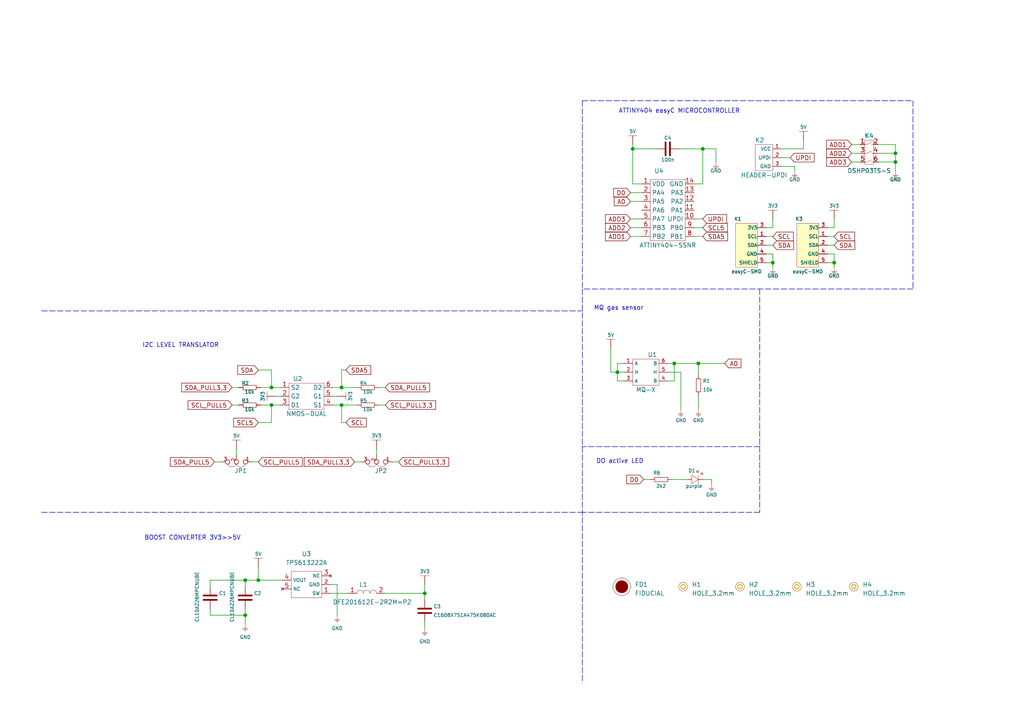
<source format=kicad_sch>
(kicad_sch (version 20211123) (generator eeschema)

  (uuid 82d13a50-9821-40ba-a76e-b4d94ab0a9fe)

  (paper "A4")

  (title_block
    (title "LPG, Butane sensor MQ6 breakout with easyC")
    (date "2021-08-26")
    (rev "V1.1.1.")
    (company "SOLDERED")
    (comment 1 "333120")
  )

  (lib_symbols
    (symbol "e-radionica.com schematics:0402LED" (pin_numbers hide) (pin_names (offset 0.254) hide) (in_bom yes) (on_board yes)
      (property "Reference" "D" (id 0) (at -0.635 2.54 0)
        (effects (font (size 1 1)))
      )
      (property "Value" "0402LED" (id 1) (at 0 -2.54 0)
        (effects (font (size 1 1)))
      )
      (property "Footprint" "e-radionica.com footprinti:0402LED" (id 2) (at 0 5.08 0)
        (effects (font (size 1 1)) hide)
      )
      (property "Datasheet" "" (id 3) (at 0 0 0)
        (effects (font (size 1 1)) hide)
      )
      (property "Package" "0402" (id 4) (at 0 0 0)
        (effects (font (size 1.27 1.27)) hide)
      )
      (symbol "0402LED_0_1"
        (polyline
          (pts
            (xy -0.635 1.27)
            (xy 1.27 0)
          )
          (stroke (width 0.0006) (type default) (color 0 0 0 0))
          (fill (type none))
        )
        (polyline
          (pts
            (xy 0.635 1.905)
            (xy 1.27 2.54)
          )
          (stroke (width 0.0006) (type default) (color 0 0 0 0))
          (fill (type none))
        )
        (polyline
          (pts
            (xy 1.27 1.27)
            (xy 1.27 -1.27)
          )
          (stroke (width 0.0006) (type default) (color 0 0 0 0))
          (fill (type none))
        )
        (polyline
          (pts
            (xy 1.905 1.27)
            (xy 2.54 1.905)
          )
          (stroke (width 0.0006) (type default) (color 0 0 0 0))
          (fill (type none))
        )
        (polyline
          (pts
            (xy -0.635 1.27)
            (xy -0.635 -1.27)
            (xy 1.27 0)
          )
          (stroke (width 0.0006) (type default) (color 0 0 0 0))
          (fill (type none))
        )
        (polyline
          (pts
            (xy 1.27 2.54)
            (xy 0.635 2.54)
            (xy 1.27 1.905)
            (xy 1.27 2.54)
          )
          (stroke (width 0.0006) (type default) (color 0 0 0 0))
          (fill (type none))
        )
        (polyline
          (pts
            (xy 2.54 1.905)
            (xy 1.905 1.905)
            (xy 2.54 1.27)
            (xy 2.54 1.905)
          )
          (stroke (width 0.0006) (type default) (color 0 0 0 0))
          (fill (type none))
        )
      )
      (symbol "0402LED_1_1"
        (pin passive line (at -1.905 0 0) (length 1.27)
          (name "A" (effects (font (size 1.27 1.27))))
          (number "1" (effects (font (size 1.27 1.27))))
        )
        (pin passive line (at 2.54 0 180) (length 1.27)
          (name "K" (effects (font (size 1.27 1.27))))
          (number "2" (effects (font (size 1.27 1.27))))
        )
      )
    )
    (symbol "e-radionica.com schematics:0402R" (pin_numbers hide) (pin_names (offset 0.254)) (in_bom yes) (on_board yes)
      (property "Reference" "R" (id 0) (at -1.905 1.27 0)
        (effects (font (size 1 1)))
      )
      (property "Value" "0402R" (id 1) (at 0 -1.27 0)
        (effects (font (size 1 1)))
      )
      (property "Footprint" "e-radionica.com footprinti:0402R" (id 2) (at -2.54 1.905 0)
        (effects (font (size 1 1)) hide)
      )
      (property "Datasheet" "" (id 3) (at -2.54 1.905 0)
        (effects (font (size 1 1)) hide)
      )
      (symbol "0402R_0_1"
        (rectangle (start -1.905 -0.635) (end 1.905 -0.6604)
          (stroke (width 0.1) (type default) (color 0 0 0 0))
          (fill (type none))
        )
        (rectangle (start -1.905 0.635) (end -1.8796 -0.635)
          (stroke (width 0.1) (type default) (color 0 0 0 0))
          (fill (type none))
        )
        (rectangle (start -1.905 0.635) (end 1.905 0.6096)
          (stroke (width 0.1) (type default) (color 0 0 0 0))
          (fill (type none))
        )
        (rectangle (start 1.905 0.635) (end 1.9304 -0.635)
          (stroke (width 0.1) (type default) (color 0 0 0 0))
          (fill (type none))
        )
      )
      (symbol "0402R_1_1"
        (pin passive line (at -3.175 0 0) (length 1.27)
          (name "~" (effects (font (size 1.27 1.27))))
          (number "1" (effects (font (size 1.27 1.27))))
        )
        (pin passive line (at 3.175 0 180) (length 1.27)
          (name "~" (effects (font (size 1.27 1.27))))
          (number "2" (effects (font (size 1.27 1.27))))
        )
      )
    )
    (symbol "e-radionica.com schematics:0603C" (pin_numbers hide) (pin_names (offset 0.002)) (in_bom yes) (on_board yes)
      (property "Reference" "C" (id 0) (at -0.635 3.175 0)
        (effects (font (size 1 1)))
      )
      (property "Value" "0603C" (id 1) (at 0 -3.175 0)
        (effects (font (size 1 1)))
      )
      (property "Footprint" "e-radionica.com footprinti:0603C" (id 2) (at 0 0 0)
        (effects (font (size 1 1)) hide)
      )
      (property "Datasheet" "" (id 3) (at 0 0 0)
        (effects (font (size 1 1)) hide)
      )
      (symbol "0603C_0_1"
        (polyline
          (pts
            (xy -0.635 1.905)
            (xy -0.635 -1.905)
          )
          (stroke (width 0.5) (type default) (color 0 0 0 0))
          (fill (type none))
        )
        (polyline
          (pts
            (xy 0.635 1.905)
            (xy 0.635 -1.905)
          )
          (stroke (width 0.5) (type default) (color 0 0 0 0))
          (fill (type none))
        )
      )
      (symbol "0603C_1_1"
        (pin passive line (at -3.175 0 0) (length 2.54)
          (name "~" (effects (font (size 1.27 1.27))))
          (number "1" (effects (font (size 1.27 1.27))))
        )
        (pin passive line (at 3.175 0 180) (length 2.54)
          (name "~" (effects (font (size 1.27 1.27))))
          (number "2" (effects (font (size 1.27 1.27))))
        )
      )
    )
    (symbol "e-radionica.com schematics:0603R" (pin_numbers hide) (pin_names (offset 0.254)) (in_bom yes) (on_board yes)
      (property "Reference" "R" (id 0) (at -1.905 1.905 0)
        (effects (font (size 1 1)))
      )
      (property "Value" "0603R" (id 1) (at 0 -1.905 0)
        (effects (font (size 1 1)))
      )
      (property "Footprint" "e-radionica.com footprinti:0603R" (id 2) (at -0.635 1.905 0)
        (effects (font (size 1 1)) hide)
      )
      (property "Datasheet" "" (id 3) (at -0.635 1.905 0)
        (effects (font (size 1 1)) hide)
      )
      (symbol "0603R_0_1"
        (rectangle (start -1.905 -0.635) (end 1.905 -0.6604)
          (stroke (width 0.1) (type default) (color 0 0 0 0))
          (fill (type none))
        )
        (rectangle (start -1.905 0.635) (end -1.8796 -0.635)
          (stroke (width 0.1) (type default) (color 0 0 0 0))
          (fill (type none))
        )
        (rectangle (start -1.905 0.635) (end 1.905 0.6096)
          (stroke (width 0.1) (type default) (color 0 0 0 0))
          (fill (type none))
        )
        (rectangle (start 1.905 0.635) (end 1.9304 -0.635)
          (stroke (width 0.1) (type default) (color 0 0 0 0))
          (fill (type none))
        )
      )
      (symbol "0603R_1_1"
        (pin passive line (at -3.175 0 0) (length 1.27)
          (name "~" (effects (font (size 1.27 1.27))))
          (number "1" (effects (font (size 1.27 1.27))))
        )
        (pin passive line (at 3.175 0 180) (length 1.27)
          (name "~" (effects (font (size 1.27 1.27))))
          (number "2" (effects (font (size 1.27 1.27))))
        )
      )
    )
    (symbol "e-radionica.com schematics:0805C" (pin_numbers hide) (in_bom yes) (on_board yes)
      (property "Reference" "C" (id 0) (at -0.635 3.175 0)
        (effects (font (size 1 1)))
      )
      (property "Value" "0805C" (id 1) (at 0 -3.175 0)
        (effects (font (size 1 1)))
      )
      (property "Footprint" "e-radionica.com footprinti:0805C" (id 2) (at 0 0 0)
        (effects (font (size 1 1)) hide)
      )
      (property "Datasheet" "" (id 3) (at 0 0 0)
        (effects (font (size 1 1)) hide)
      )
      (symbol "0805C_0_1"
        (polyline
          (pts
            (xy -0.635 1.905)
            (xy -0.635 -1.905)
          )
          (stroke (width 0.5) (type default) (color 0 0 0 0))
          (fill (type none))
        )
        (polyline
          (pts
            (xy 0.635 1.905)
            (xy 0.635 -1.905)
          )
          (stroke (width 0.5) (type default) (color 0 0 0 0))
          (fill (type none))
        )
      )
      (symbol "0805C_1_1"
        (pin passive line (at -3.175 0 0) (length 2.54)
          (name "~" (effects (font (size 1.27 1.27))))
          (number "1" (effects (font (size 1.27 1.27))))
        )
        (pin passive line (at 3.175 0 180) (length 2.54)
          (name "~" (effects (font (size 1.27 1.27))))
          (number "2" (effects (font (size 1.27 1.27))))
        )
      )
    )
    (symbol "e-radionica.com schematics:0806L" (in_bom yes) (on_board yes)
      (property "Reference" "L" (id 0) (at 0 1.905 0)
        (effects (font (size 1.27 1.27)))
      )
      (property "Value" "0806L" (id 1) (at 0 -1.27 0)
        (effects (font (size 1.27 1.27)))
      )
      (property "Footprint" "e-radionica.com footprinti:0806L" (id 2) (at 0 -2.54 0)
        (effects (font (size 1.27 1.27)) hide)
      )
      (property "Datasheet" "" (id 3) (at 0 -1.27 0)
        (effects (font (size 1.27 1.27)) hide)
      )
      (symbol "0806L_0_1"
        (arc (start -1.27 0) (mid -2.2225 0.9388) (end -3.175 0)
          (stroke (width 0.0006) (type default) (color 0 0 0 0))
          (fill (type none))
        )
        (arc (start 0.635 0) (mid -0.3175 0.9388) (end -1.27 0)
          (stroke (width 0.0006) (type default) (color 0 0 0 0))
          (fill (type none))
        )
        (arc (start 2.54 0) (mid 1.5875 0.9388) (end 0.635 0)
          (stroke (width 0.0006) (type default) (color 0 0 0 0))
          (fill (type none))
        )
      )
      (symbol "0806L_1_1"
        (pin passive line (at -5.715 0 0) (length 2.54)
          (name "" (effects (font (size 1.27 1.27))))
          (number "1" (effects (font (size 1.27 1.27))))
        )
        (pin passive line (at 5.08 0 180) (length 2.54)
          (name "" (effects (font (size 1.27 1.27))))
          (number "2" (effects (font (size 1.27 1.27))))
        )
      )
    )
    (symbol "e-radionica.com schematics:3V3" (power) (pin_names (offset 0)) (in_bom yes) (on_board yes)
      (property "Reference" "#PWR" (id 0) (at 4.445 0 0)
        (effects (font (size 1 1)) hide)
      )
      (property "Value" "3V3" (id 1) (at 0 3.556 0)
        (effects (font (size 1 1)))
      )
      (property "Footprint" "" (id 2) (at 4.445 3.81 0)
        (effects (font (size 1 1)) hide)
      )
      (property "Datasheet" "" (id 3) (at 4.445 3.81 0)
        (effects (font (size 1 1)) hide)
      )
      (property "ki_keywords" "power-flag" (id 4) (at 0 0 0)
        (effects (font (size 1.27 1.27)) hide)
      )
      (property "ki_description" "Power symbol creates a global label with name \"+3V3\"" (id 5) (at 0 0 0)
        (effects (font (size 1.27 1.27)) hide)
      )
      (symbol "3V3_0_1"
        (polyline
          (pts
            (xy -1.27 2.54)
            (xy 1.27 2.54)
          )
          (stroke (width 0.0006) (type default) (color 0 0 0 0))
          (fill (type none))
        )
        (polyline
          (pts
            (xy 0 0)
            (xy 0 2.54)
          )
          (stroke (width 0) (type default) (color 0 0 0 0))
          (fill (type none))
        )
      )
      (symbol "3V3_1_1"
        (pin power_in line (at 0 0 90) (length 0) hide
          (name "3V3" (effects (font (size 1.27 1.27))))
          (number "1" (effects (font (size 1.27 1.27))))
        )
      )
    )
    (symbol "e-radionica.com schematics:5V" (power) (pin_names (offset 0)) (in_bom yes) (on_board yes)
      (property "Reference" "#PWR" (id 0) (at 4.445 0 0)
        (effects (font (size 1 1)) hide)
      )
      (property "Value" "5V" (id 1) (at 0 3.556 0)
        (effects (font (size 1 1)))
      )
      (property "Footprint" "" (id 2) (at 4.445 3.81 0)
        (effects (font (size 1 1)) hide)
      )
      (property "Datasheet" "" (id 3) (at 4.445 3.81 0)
        (effects (font (size 1 1)) hide)
      )
      (property "ki_keywords" "power-flag" (id 4) (at 0 0 0)
        (effects (font (size 1.27 1.27)) hide)
      )
      (property "ki_description" "Power symbol creates a global label with name \"+3V3\"" (id 5) (at 0 0 0)
        (effects (font (size 1.27 1.27)) hide)
      )
      (symbol "5V_0_1"
        (polyline
          (pts
            (xy -1.27 2.54)
            (xy 1.27 2.54)
          )
          (stroke (width 0.0006) (type default) (color 0 0 0 0))
          (fill (type none))
        )
        (polyline
          (pts
            (xy 0 0)
            (xy 0 2.54)
          )
          (stroke (width 0) (type default) (color 0 0 0 0))
          (fill (type none))
        )
      )
      (symbol "5V_1_1"
        (pin power_in line (at 0 0 90) (length 0) hide
          (name "5V" (effects (font (size 1.27 1.27))))
          (number "1" (effects (font (size 1.27 1.27))))
        )
      )
    )
    (symbol "e-radionica.com schematics:ATTINY404-SSNR" (in_bom yes) (on_board yes)
      (property "Reference" "U" (id 0) (at -5.08 10.16 0)
        (effects (font (size 1.27 1.27)))
      )
      (property "Value" "ATTINY404-SSNR" (id 1) (at 0 -10.16 0)
        (effects (font (size 1.27 1.27)))
      )
      (property "Footprint" "e-radionica.com footprinti:SOIC-14" (id 2) (at 0 -11.43 0)
        (effects (font (size 1.27 1.27)) hide)
      )
      (property "Datasheet" "" (id 3) (at 0 -2.54 0)
        (effects (font (size 1.27 1.27)) hide)
      )
      (symbol "ATTINY404-SSNR_0_1"
        (rectangle (start -5.08 8.89) (end 5.08 -8.89)
          (stroke (width 0.0006) (type default) (color 0 0 0 0))
          (fill (type none))
        )
      )
      (symbol "ATTINY404-SSNR_1_1"
        (pin power_in line (at -7.62 7.62 0) (length 2.54)
          (name "VDD" (effects (font (size 1.27 1.27))))
          (number "1" (effects (font (size 1.27 1.27))))
        )
        (pin bidirectional line (at 7.62 -2.54 180) (length 2.54)
          (name "UPDI" (effects (font (size 1.27 1.27))))
          (number "10" (effects (font (size 1.27 1.27))))
        )
        (pin bidirectional line (at 7.62 0 180) (length 2.54)
          (name "PA1" (effects (font (size 1.27 1.27))))
          (number "11" (effects (font (size 1.27 1.27))))
        )
        (pin bidirectional line (at 7.62 2.54 180) (length 2.54)
          (name "PA2" (effects (font (size 1.27 1.27))))
          (number "12" (effects (font (size 1.27 1.27))))
        )
        (pin bidirectional line (at 7.62 5.08 180) (length 2.54)
          (name "PA3" (effects (font (size 1.27 1.27))))
          (number "13" (effects (font (size 1.27 1.27))))
        )
        (pin power_in line (at 7.62 7.62 180) (length 2.54)
          (name "GND" (effects (font (size 1.27 1.27))))
          (number "14" (effects (font (size 1.27 1.27))))
        )
        (pin bidirectional line (at -7.62 5.08 0) (length 2.54)
          (name "PA4" (effects (font (size 1.27 1.27))))
          (number "2" (effects (font (size 1.27 1.27))))
        )
        (pin bidirectional line (at -7.62 2.54 0) (length 2.54)
          (name "PA5" (effects (font (size 1.27 1.27))))
          (number "3" (effects (font (size 1.27 1.27))))
        )
        (pin bidirectional line (at -7.62 0 0) (length 2.54)
          (name "PA6" (effects (font (size 1.27 1.27))))
          (number "4" (effects (font (size 1.27 1.27))))
        )
        (pin bidirectional line (at -7.62 -2.54 0) (length 2.54)
          (name "PA7" (effects (font (size 1.27 1.27))))
          (number "5" (effects (font (size 1.27 1.27))))
        )
        (pin bidirectional line (at -7.62 -5.08 0) (length 2.54)
          (name "PB3" (effects (font (size 1.27 1.27))))
          (number "6" (effects (font (size 1.27 1.27))))
        )
        (pin bidirectional line (at -7.62 -7.62 0) (length 2.54)
          (name "PB2" (effects (font (size 1.27 1.27))))
          (number "7" (effects (font (size 1.27 1.27))))
        )
        (pin bidirectional line (at 7.62 -7.62 180) (length 2.54)
          (name "PB1" (effects (font (size 1.27 1.27))))
          (number "8" (effects (font (size 1.27 1.27))))
        )
        (pin bidirectional line (at 7.62 -5.08 180) (length 2.54)
          (name "PB0" (effects (font (size 1.27 1.27))))
          (number "9" (effects (font (size 1.27 1.27))))
        )
      )
    )
    (symbol "e-radionica.com schematics:DSHP03TS-S" (in_bom yes) (on_board yes)
      (property "Reference" "K" (id 0) (at 0 5.08 0)
        (effects (font (size 1.27 1.27)))
      )
      (property "Value" "DSHP03TS-S" (id 1) (at 0 -5.08 0)
        (effects (font (size 1.27 1.27)))
      )
      (property "Footprint" "e-radionica.com footprinti:DSHP03TS-S" (id 2) (at -1.27 -7.62 0)
        (effects (font (size 1.27 1.27)) hide)
      )
      (property "Datasheet" "" (id 3) (at 0 0 0)
        (effects (font (size 1.27 1.27)) hide)
      )
      (property "ki_keywords" "DIP SW SWITCH " (id 4) (at 0 0 0)
        (effects (font (size 1.27 1.27)) hide)
      )
      (symbol "DSHP03TS-S_0_1"
        (rectangle (start -1.27 3.81) (end 1.27 -3.175)
          (stroke (width 0.0006) (type default) (color 0 0 0 0))
          (fill (type none))
        )
        (polyline
          (pts
            (xy 1.27 -2.54)
            (xy 0.635 -2.54)
          )
          (stroke (width 0.0006) (type default) (color 0 0 0 0))
          (fill (type none))
        )
        (polyline
          (pts
            (xy 1.27 0)
            (xy 0.635 0)
          )
          (stroke (width 0.0006) (type default) (color 0 0 0 0))
          (fill (type none))
        )
        (polyline
          (pts
            (xy 1.27 2.54)
            (xy 0.635 2.54)
          )
          (stroke (width 0.0006) (type default) (color 0 0 0 0))
          (fill (type none))
        )
        (polyline
          (pts
            (xy -1.27 -2.54)
            (xy -0.635 -2.54)
            (xy 0.635 -1.905)
          )
          (stroke (width 0.0006) (type default) (color 0 0 0 0))
          (fill (type none))
        )
        (polyline
          (pts
            (xy -1.27 0)
            (xy -0.635 0)
            (xy 0.635 0.635)
          )
          (stroke (width 0.0006) (type default) (color 0 0 0 0))
          (fill (type none))
        )
        (polyline
          (pts
            (xy -1.27 2.54)
            (xy -0.635 2.54)
            (xy 0.635 3.175)
          )
          (stroke (width 0.0006) (type default) (color 0 0 0 0))
          (fill (type none))
        )
      )
      (symbol "DSHP03TS-S_1_1"
        (pin bidirectional line (at -2.54 2.54 0) (length 1.27)
          (name "~" (effects (font (size 1.27 1.27))))
          (number "1" (effects (font (size 1.27 1.27))))
        )
        (pin bidirectional line (at 2.54 2.54 180) (length 1.27)
          (name "~" (effects (font (size 1.27 1.27))))
          (number "2" (effects (font (size 1.27 1.27))))
        )
        (pin bidirectional line (at -2.54 0 0) (length 1.27)
          (name "~" (effects (font (size 1.27 1.27))))
          (number "3" (effects (font (size 1.27 1.27))))
        )
        (pin bidirectional line (at 2.54 0 180) (length 1.27)
          (name "~" (effects (font (size 1.27 1.27))))
          (number "4" (effects (font (size 1.27 1.27))))
        )
        (pin bidirectional line (at -2.54 -2.54 0) (length 1.27)
          (name "~" (effects (font (size 1.27 1.27))))
          (number "5" (effects (font (size 1.27 1.27))))
        )
        (pin bidirectional line (at 2.54 -2.54 180) (length 1.27)
          (name "~" (effects (font (size 1.27 1.27))))
          (number "6" (effects (font (size 1.27 1.27))))
        )
      )
    )
    (symbol "e-radionica.com schematics:FIDUCIAL" (in_bom no) (on_board yes)
      (property "Reference" "FD" (id 0) (at 0 3.81 0)
        (effects (font (size 1.27 1.27)))
      )
      (property "Value" "FIDUCIAL" (id 1) (at 0 -3.81 0)
        (effects (font (size 1.27 1.27)))
      )
      (property "Footprint" "e-radionica.com footprinti:FIDUCIAL_23" (id 2) (at 0.254 -5.334 0)
        (effects (font (size 1.27 1.27)) hide)
      )
      (property "Datasheet" "" (id 3) (at 0 0 0)
        (effects (font (size 1.27 1.27)) hide)
      )
      (symbol "FIDUCIAL_0_1"
        (polyline
          (pts
            (xy -2.54 0)
            (xy -2.794 0)
          )
          (stroke (width 0.0006) (type default) (color 0 0 0 0))
          (fill (type none))
        )
        (polyline
          (pts
            (xy 0 -2.54)
            (xy 0 -2.794)
          )
          (stroke (width 0.0006) (type default) (color 0 0 0 0))
          (fill (type none))
        )
        (polyline
          (pts
            (xy 0 2.54)
            (xy 0 2.794)
          )
          (stroke (width 0.0006) (type default) (color 0 0 0 0))
          (fill (type none))
        )
        (polyline
          (pts
            (xy 2.54 0)
            (xy 2.794 0)
          )
          (stroke (width 0.0006) (type default) (color 0 0 0 0))
          (fill (type none))
        )
        (circle (center 0 0) (radius 1.7961)
          (stroke (width 0.001) (type default) (color 0 0 0 0))
          (fill (type outline))
        )
        (circle (center 0 0) (radius 2.54)
          (stroke (width 0.0006) (type default) (color 0 0 0 0))
          (fill (type none))
        )
      )
    )
    (symbol "e-radionica.com schematics:GND" (power) (pin_names (offset 0)) (in_bom yes) (on_board yes)
      (property "Reference" "#PWR" (id 0) (at 4.445 0 0)
        (effects (font (size 1 1)) hide)
      )
      (property "Value" "GND" (id 1) (at 0 -2.921 0)
        (effects (font (size 1 1)))
      )
      (property "Footprint" "" (id 2) (at 4.445 3.81 0)
        (effects (font (size 1 1)) hide)
      )
      (property "Datasheet" "" (id 3) (at 4.445 3.81 0)
        (effects (font (size 1 1)) hide)
      )
      (property "ki_keywords" "power-flag" (id 4) (at 0 0 0)
        (effects (font (size 1.27 1.27)) hide)
      )
      (property "ki_description" "Power symbol creates a global label with name \"GND\"" (id 5) (at 0 0 0)
        (effects (font (size 1.27 1.27)) hide)
      )
      (symbol "GND_0_1"
        (polyline
          (pts
            (xy -0.762 -1.27)
            (xy 0.762 -1.27)
          )
          (stroke (width 0.0006) (type default) (color 0 0 0 0))
          (fill (type none))
        )
        (polyline
          (pts
            (xy -0.635 -1.524)
            (xy 0.635 -1.524)
          )
          (stroke (width 0.0006) (type default) (color 0 0 0 0))
          (fill (type none))
        )
        (polyline
          (pts
            (xy -0.381 -1.778)
            (xy 0.381 -1.778)
          )
          (stroke (width 0.0006) (type default) (color 0 0 0 0))
          (fill (type none))
        )
        (polyline
          (pts
            (xy -0.127 -2.032)
            (xy 0.127 -2.032)
          )
          (stroke (width 0.0006) (type default) (color 0 0 0 0))
          (fill (type none))
        )
        (polyline
          (pts
            (xy 0 0)
            (xy 0 -1.27)
          )
          (stroke (width 0.0006) (type default) (color 0 0 0 0))
          (fill (type none))
        )
      )
      (symbol "GND_1_1"
        (pin power_in line (at 0 0 270) (length 0) hide
          (name "GND" (effects (font (size 1.27 1.27))))
          (number "1" (effects (font (size 1.27 1.27))))
        )
      )
    )
    (symbol "e-radionica.com schematics:HEADER-UPDI" (in_bom yes) (on_board yes)
      (property "Reference" "K" (id 0) (at -1.27 5.08 0)
        (effects (font (size 1.27 1.27)))
      )
      (property "Value" "HEADER-UPDI" (id 1) (at 0 -5.08 0)
        (effects (font (size 1.27 1.27)))
      )
      (property "Footprint" "e-radionica.com footprinti:HEADER-UPDI" (id 2) (at 2.54 -7.62 0)
        (effects (font (size 1.27 1.27)) hide)
      )
      (property "Datasheet" "" (id 3) (at 2.54 0 0)
        (effects (font (size 1.27 1.27)) hide)
      )
      (symbol "HEADER-UPDI_0_1"
        (rectangle (start -2.54 3.81) (end 2.54 -3.81)
          (stroke (width 0.0006) (type default) (color 0 0 0 0))
          (fill (type none))
        )
      )
      (symbol "HEADER-UPDI_1_1"
        (pin power_in line (at 5.08 2.54 180) (length 2.54)
          (name "VCC" (effects (font (size 1 1))))
          (number "1" (effects (font (size 1 1))))
        )
        (pin bidirectional line (at 5.08 0 180) (length 2.54)
          (name "UPDI" (effects (font (size 1 1))))
          (number "2" (effects (font (size 1 1))))
        )
        (pin power_in line (at 5.08 -2.54 180) (length 2.54)
          (name "GND" (effects (font (size 1 1))))
          (number "3" (effects (font (size 1 1))))
        )
      )
    )
    (symbol "e-radionica.com schematics:HOLE_3.2mm" (pin_numbers hide) (pin_names hide) (in_bom yes) (on_board yes)
      (property "Reference" "H" (id 0) (at 0 2.54 0)
        (effects (font (size 1.27 1.27)))
      )
      (property "Value" "HOLE_3.2mm" (id 1) (at 0 -2.54 0)
        (effects (font (size 1.27 1.27)))
      )
      (property "Footprint" "e-radionica.com footprinti:HOLE_3.2mm" (id 2) (at 0 0 0)
        (effects (font (size 1.27 1.27)) hide)
      )
      (property "Datasheet" "" (id 3) (at 0 0 0)
        (effects (font (size 1.27 1.27)) hide)
      )
      (symbol "HOLE_3.2mm_0_1"
        (circle (center 0 0) (radius 0.635)
          (stroke (width 0.0006) (type default) (color 0 0 0 0))
          (fill (type none))
        )
        (circle (center 0 0) (radius 1.27)
          (stroke (width 0.001) (type default) (color 0 0 0 0))
          (fill (type background))
        )
      )
    )
    (symbol "e-radionica.com schematics:MQ" (in_bom yes) (on_board yes)
      (property "Reference" "U" (id 0) (at 0 5.08 0)
        (effects (font (size 1.27 1.27)))
      )
      (property "Value" "MQ" (id 1) (at 0 -5.08 0)
        (effects (font (size 1.27 1.27)))
      )
      (property "Footprint" "e-radionica.com footprinti:MQ" (id 2) (at 2.286 0 0)
        (effects (font (size 1.27 1.27)) hide)
      )
      (property "Datasheet" "" (id 3) (at 2.286 0 0)
        (effects (font (size 1.27 1.27)) hide)
      )
      (symbol "MQ_0_1"
        (rectangle (start -3.81 3.81) (end 3.81 -3.81)
          (stroke (width 0.0006) (type default) (color 0 0 0 0))
          (fill (type none))
        )
      )
      (symbol "MQ_1_1"
        (pin input line (at -6.35 2.54 0) (length 2.54)
          (name "A" (effects (font (size 1 1))))
          (number "1" (effects (font (size 1 1))))
        )
        (pin input line (at -6.35 0 0) (length 2.54)
          (name "H" (effects (font (size 1 1))))
          (number "2" (effects (font (size 1 1))))
        )
        (pin input line (at -6.35 -2.54 0) (length 2.54)
          (name "A" (effects (font (size 1 1))))
          (number "3" (effects (font (size 1 1))))
        )
        (pin input line (at 6.35 -2.54 180) (length 2.54)
          (name "B" (effects (font (size 1 1))))
          (number "4" (effects (font (size 1 1))))
        )
        (pin input line (at 6.35 0 180) (length 2.54)
          (name "H" (effects (font (size 1 1))))
          (number "5" (effects (font (size 1 1))))
        )
        (pin input line (at 6.35 2.54 180) (length 2.54)
          (name "B" (effects (font (size 1 1))))
          (number "6" (effects (font (size 1 1))))
        )
      )
    )
    (symbol "e-radionica.com schematics:NMOS-DUAL" (in_bom yes) (on_board yes)
      (property "Reference" "U" (id 0) (at -3.81 5.08 0)
        (effects (font (size 1.27 1.27)))
      )
      (property "Value" "NMOS-DUAL" (id 1) (at 0 -5.08 0)
        (effects (font (size 1.27 1.27)))
      )
      (property "Footprint" "e-radionica.com footprinti:SOT-363" (id 2) (at 0 -7.62 0)
        (effects (font (size 1.27 1.27)) hide)
      )
      (property "Datasheet" "" (id 3) (at 0 -2.54 0)
        (effects (font (size 1.27 1.27)) hide)
      )
      (symbol "NMOS-DUAL_0_1"
        (rectangle (start -5.08 3.81) (end 5.08 -3.81)
          (stroke (width 0.0006) (type default) (color 0 0 0 0))
          (fill (type none))
        )
      )
      (symbol "NMOS-DUAL_1_1"
        (pin input line (at -7.62 2.54 0) (length 2.54)
          (name "S2" (effects (font (size 1.27 1.27))))
          (number "1" (effects (font (size 1.27 1.27))))
        )
        (pin input line (at -7.62 0 0) (length 2.54)
          (name "G2" (effects (font (size 1.27 1.27))))
          (number "2" (effects (font (size 1.27 1.27))))
        )
        (pin input line (at -7.62 -2.54 0) (length 2.54)
          (name "D1" (effects (font (size 1.27 1.27))))
          (number "3" (effects (font (size 1.27 1.27))))
        )
        (pin input line (at 7.62 -2.54 180) (length 2.54)
          (name "S1" (effects (font (size 1.27 1.27))))
          (number "4" (effects (font (size 1.27 1.27))))
        )
        (pin input line (at 7.62 0 180) (length 2.54)
          (name "G1" (effects (font (size 1.27 1.27))))
          (number "5" (effects (font (size 1.27 1.27))))
        )
        (pin input line (at 7.62 2.54 180) (length 2.54)
          (name "D2" (effects (font (size 1.27 1.27))))
          (number "6" (effects (font (size 1.27 1.27))))
        )
      )
    )
    (symbol "e-radionica.com schematics:SMD_JUMPER_3_PAD_TRACE" (in_bom yes) (on_board yes)
      (property "Reference" "JP" (id 0) (at 0.0254 5.461 0)
        (effects (font (size 1.27 1.27)))
      )
      (property "Value" "SMD_JUMPER_3_PAD_TRACE" (id 1) (at 0.3048 -4.572 0)
        (effects (font (size 1.27 1.27)))
      )
      (property "Footprint" "e-radionica.com footprinti:SMD_JUMPER_3_PAD_TRACE" (id 2) (at 0 -1.27 0)
        (effects (font (size 1.27 1.27)) hide)
      )
      (property "Datasheet" "" (id 3) (at 0 0 0)
        (effects (font (size 1.27 1.27)) hide)
      )
      (symbol "SMD_JUMPER_3_PAD_TRACE_0_1"
        (arc (start 0 0.5842) (mid -1.2996 1.4721) (end -2.6162 0.6096)
          (stroke (width 0.0006) (type default) (color 0 0 0 0))
          (fill (type none))
        )
        (arc (start 2.5908 0.6604) (mid 1.2796 1.4379) (end 0 0.6096)
          (stroke (width 0.0006) (type default) (color 0 0 0 0))
          (fill (type none))
        )
      )
      (symbol "SMD_JUMPER_3_PAD_TRACE_1_1"
        (pin passive inverted (at -4.5212 -0.0254 0) (length 2.54)
          (name "" (effects (font (size 1 1))))
          (number "1" (effects (font (size 1 1))))
        )
        (pin passive inverted (at 0.0254 -1.9304 90) (length 2.54)
          (name "" (effects (font (size 1 1))))
          (number "2" (effects (font (size 1 1))))
        )
        (pin passive inverted (at 4.4704 0 180) (length 2.54)
          (name "" (effects (font (size 1 1))))
          (number "3" (effects (font (size 1 1))))
        )
      )
    )
    (symbol "e-radionica.com schematics:TPS613222A" (in_bom yes) (on_board yes)
      (property "Reference" "U" (id 0) (at 0 5.08 0)
        (effects (font (size 1.27 1.27)))
      )
      (property "Value" "TPS613222A" (id 1) (at 0 -5.08 0)
        (effects (font (size 1.27 1.27)))
      )
      (property "Footprint" "e-radionica.com footprinti:tps613222a" (id 2) (at -0.635 0 0)
        (effects (font (size 1.27 1.27)) hide)
      )
      (property "Datasheet" "" (id 3) (at -0.635 0 0)
        (effects (font (size 1.27 1.27)) hide)
      )
      (symbol "TPS613222A_0_1"
        (rectangle (start -4.445 3.81) (end 4.445 -3.81)
          (stroke (width 0.0006) (type default) (color 0 0 0 0))
          (fill (type none))
        )
      )
      (symbol "TPS613222A_1_1"
        (pin passive line (at 6.985 -2.54 180) (length 2.54)
          (name "SW" (effects (font (size 1 1))))
          (number "1" (effects (font (size 1.27 1.27))))
        )
        (pin passive line (at 6.985 0 180) (length 2.54)
          (name "GND" (effects (font (size 1 1))))
          (number "2" (effects (font (size 1 1))))
        )
        (pin no_connect line (at 6.985 2.54 180) (length 2.54)
          (name "NC" (effects (font (size 1 1))))
          (number "3" (effects (font (size 1.27 1.27))))
        )
        (pin passive line (at -6.985 1.27 0) (length 2.54)
          (name "VOUT" (effects (font (size 1 1))))
          (number "4" (effects (font (size 1.27 1.27))))
        )
        (pin no_connect line (at -6.985 -1.27 0) (length 2.54)
          (name "NC" (effects (font (size 1 1))))
          (number "5" (effects (font (size 1.27 1.27))))
        )
      )
    )
    (symbol "e-radionica.com schematics:easyC-SMD" (pin_names (offset 0.002)) (in_bom yes) (on_board yes)
      (property "Reference" "K" (id 0) (at -2.54 10.16 0)
        (effects (font (size 1 1)))
      )
      (property "Value" "easyC-SMD" (id 1) (at 0 -5.08 0)
        (effects (font (size 1 1)))
      )
      (property "Footprint" "e-radionica.com footprinti:easyC-connector" (id 2) (at 3.175 2.54 0)
        (effects (font (size 1 1)) hide)
      )
      (property "Datasheet" "" (id 3) (at 3.175 2.54 0)
        (effects (font (size 1 1)) hide)
      )
      (symbol "easyC-SMD_0_1"
        (rectangle (start -3.175 8.89) (end 3.175 -3.81)
          (stroke (width 0.001) (type default) (color 0 0 0 0))
          (fill (type background))
        )
      )
      (symbol "easyC-SMD_1_1"
        (pin passive line (at 5.715 5.08 180) (length 2.54)
          (name "SCL" (effects (font (size 1 1))))
          (number "1" (effects (font (size 1 1))))
        )
        (pin passive line (at 5.715 2.54 180) (length 2.54)
          (name "SDA" (effects (font (size 1 1))))
          (number "2" (effects (font (size 1 1))))
        )
        (pin passive line (at 5.715 7.62 180) (length 2.54)
          (name "3V3" (effects (font (size 1 1))))
          (number "3" (effects (font (size 1 1))))
        )
        (pin passive line (at 5.715 0 180) (length 2.54)
          (name "GND" (effects (font (size 1 1))))
          (number "4" (effects (font (size 1 1))))
        )
        (pin passive line (at 5.715 -2.54 180) (length 2.54)
          (name "SHIELD" (effects (font (size 1 1))))
          (number "5" (effects (font (size 1 1))))
        )
      )
    )
  )

  (junction (at 179.07 107.95) (diameter 0.9144) (color 0 0 0 0)
    (uuid 15fe8f3d-6077-4e0e-81d0-8ec3f4538981)
  )
  (junction (at 78.74 117.475) (diameter 0.9144) (color 0 0 0 0)
    (uuid 35a9f71f-ba35-47f6-814e-4106ac36c51e)
  )
  (junction (at 78.74 112.395) (diameter 0.9144) (color 0 0 0 0)
    (uuid 5b34a16c-5a14-4291-8242-ea6d6ac54372)
  )
  (junction (at 71.12 178.435) (diameter 0.9144) (color 0 0 0 0)
    (uuid 6781326c-6e0d-4753-8f28-0f5c687e01f9)
  )
  (junction (at 259.715 46.99) (diameter 0.9144) (color 0 0 0 0)
    (uuid 7a4ce4b3-518a-4819-b8b2-5127b3347c64)
  )
  (junction (at 183.515 43.18) (diameter 0.9144) (color 0 0 0 0)
    (uuid 814763c2-92e5-4a2c-941c-9bbd073f6e87)
  )
  (junction (at 202.565 105.41) (diameter 0.9144) (color 0 0 0 0)
    (uuid 82be7aae-5d06-4178-8c3e-98760c41b054)
  )
  (junction (at 99.06 117.475) (diameter 0.9144) (color 0 0 0 0)
    (uuid 9b3c58a7-a9b9-4498-abc0-f9f43e4f0292)
  )
  (junction (at 241.935 76.2) (diameter 0.9144) (color 0 0 0 0)
    (uuid a6b7df29-bcf8-46a9-b623-7eaac47f5110)
  )
  (junction (at 259.715 44.45) (diameter 0.9144) (color 0 0 0 0)
    (uuid a9b3f6e4-7a6d-4ae8-ad28-3d8458e0ca1a)
  )
  (junction (at 99.06 112.395) (diameter 0.9144) (color 0 0 0 0)
    (uuid c094494a-f6f7-43fc-a007-4951484ddf3a)
  )
  (junction (at 74.93 168.275) (diameter 0.9144) (color 0 0 0 0)
    (uuid c701ee8e-1214-4781-a973-17bef7b6e3eb)
  )
  (junction (at 71.12 168.275) (diameter 0.9144) (color 0 0 0 0)
    (uuid c8029a4c-945d-42ca-871a-dd73ff50a1a3)
  )
  (junction (at 224.155 76.2) (diameter 0.9144) (color 0 0 0 0)
    (uuid d9c6d5d2-0b49-49ba-a970-cd2c32f74c54)
  )
  (junction (at 203.835 43.18) (diameter 0.9144) (color 0 0 0 0)
    (uuid e1535036-5d36-405f-bb86-3819621c4f23)
  )
  (junction (at 123.19 172.085) (diameter 0.9144) (color 0 0 0 0)
    (uuid e40e8cef-4fb0-4fc3-be09-3875b2cc8469)
  )
  (junction (at 195.58 105.41) (diameter 0.9144) (color 0 0 0 0)
    (uuid e65b62be-e01b-4688-a999-1d1be370c4ae)
  )

  (wire (pts (xy 96.52 117.475) (xy 99.06 117.475))
    (stroke (width 0) (type solid) (color 0 0 0 0))
    (uuid 02ff8d5a-2c6d-4fe6-aac7-61e83e041233)
  )
  (wire (pts (xy 247.015 41.91) (xy 249.555 41.91))
    (stroke (width 0) (type solid) (color 0 0 0 0))
    (uuid 0355d112-8dd1-4737-96d1-dc0e3985cf89)
  )
  (wire (pts (xy 193.675 105.41) (xy 195.58 105.41))
    (stroke (width 0) (type solid) (color 0 0 0 0))
    (uuid 0695d603-6507-40ae-b09f-b26ab2bea23a)
  )
  (wire (pts (xy 195.58 105.41) (xy 195.58 110.49))
    (stroke (width 0) (type solid) (color 0 0 0 0))
    (uuid 0695d603-6507-40ae-b09f-b26ab2bea23b)
  )
  (wire (pts (xy 195.58 110.49) (xy 193.675 110.49))
    (stroke (width 0) (type solid) (color 0 0 0 0))
    (uuid 0695d603-6507-40ae-b09f-b26ab2bea23c)
  )
  (wire (pts (xy 179.07 107.95) (xy 179.07 110.49))
    (stroke (width 0) (type solid) (color 0 0 0 0))
    (uuid 06bfb560-c96c-4471-9426-0b2ea7de102f)
  )
  (wire (pts (xy 240.03 76.2) (xy 241.935 76.2))
    (stroke (width 0) (type solid) (color 0 0 0 0))
    (uuid 09dfb37a-f4c7-4f07-a943-4d4319bc2c00)
  )
  (wire (pts (xy 224.155 73.66) (xy 224.155 76.2))
    (stroke (width 0) (type solid) (color 0 0 0 0))
    (uuid 14836482-9cb3-4ac1-ae7b-e494aadb2f51)
  )
  (wire (pts (xy 109.855 112.395) (xy 111.76 112.395))
    (stroke (width 0) (type solid) (color 0 0 0 0))
    (uuid 15d208d5-3428-4a4e-872f-4715c4fd3281)
  )
  (wire (pts (xy 113.7412 133.985) (xy 115.57 133.985))
    (stroke (width 0) (type solid) (color 0 0 0 0))
    (uuid 15e9a624-c01f-4674-be10-b95583280c50)
  )
  (wire (pts (xy 74.93 122.555) (xy 78.74 122.555))
    (stroke (width 0) (type solid) (color 0 0 0 0))
    (uuid 16514e74-baa8-4aa9-b0d2-0fefd7a256a4)
  )
  (wire (pts (xy 240.03 73.66) (xy 241.935 73.66))
    (stroke (width 0) (type solid) (color 0 0 0 0))
    (uuid 17bc906a-a6ba-41ef-8b7b-8f1226daef09)
  )
  (wire (pts (xy 60.96 170.18) (xy 60.96 168.275))
    (stroke (width 0) (type solid) (color 0 0 0 0))
    (uuid 19327ae6-7c6f-446d-9c11-379f3144ae30)
  )
  (wire (pts (xy 203.835 53.34) (xy 201.295 53.34))
    (stroke (width 0) (type solid) (color 0 0 0 0))
    (uuid 1bf7c9d4-47ef-430b-8596-f49931723ce9)
  )
  (wire (pts (xy 259.715 44.45) (xy 259.715 46.99))
    (stroke (width 0) (type solid) (color 0 0 0 0))
    (uuid 2476cce4-f817-49ac-8f01-5f10b43a1a75)
  )
  (wire (pts (xy 230.505 48.26) (xy 230.505 49.53))
    (stroke (width 0) (type solid) (color 0 0 0 0))
    (uuid 2cc959cf-7c9c-4ec4-9232-a7070d6a4d8e)
  )
  (wire (pts (xy 186.69 139.065) (xy 188.595 139.065))
    (stroke (width 0) (type solid) (color 0 0 0 0))
    (uuid 30e35ead-c474-4c81-9a42-6c072b87a4cf)
  )
  (wire (pts (xy 109.855 117.475) (xy 111.76 117.475))
    (stroke (width 0) (type solid) (color 0 0 0 0))
    (uuid 30eeed85-beb2-4157-8310-73ed4b6e4d78)
  )
  (polyline (pts (xy 168.91 29.21) (xy 264.795 29.21))
    (stroke (width 0) (type dash) (color 0 0 0 0))
    (uuid 30f6140c-afa7-4934-98d3-6666b5f580a9)
  )

  (wire (pts (xy 78.74 117.475) (xy 81.28 117.475))
    (stroke (width 0) (type solid) (color 0 0 0 0))
    (uuid 32c1f8ad-bc83-403b-90d9-175f56c81853)
  )
  (wire (pts (xy 182.88 68.58) (xy 186.055 68.58))
    (stroke (width 0) (type solid) (color 0 0 0 0))
    (uuid 33d2cd46-39a1-4ed2-b446-a559b873a118)
  )
  (wire (pts (xy 71.12 178.435) (xy 71.12 180.975))
    (stroke (width 0) (type solid) (color 0 0 0 0))
    (uuid 3690fc65-ba08-4832-a390-d63a5abfc446)
  )
  (wire (pts (xy 233.045 43.18) (xy 233.045 40.64))
    (stroke (width 0) (type solid) (color 0 0 0 0))
    (uuid 389bead1-fbd3-4741-a6e0-57f34617d3a3)
  )
  (polyline (pts (xy 12.065 90.17) (xy 168.91 90.17))
    (stroke (width 0) (type dash) (color 0 0 0 0))
    (uuid 393f69bd-613f-4ee0-b258-604d43e87e09)
  )

  (wire (pts (xy 68.5546 132.0546) (xy 68.5546 130.175))
    (stroke (width 0) (type solid) (color 0 0 0 0))
    (uuid 3a29b652-2353-46af-9e2d-482fa4c902c3)
  )
  (wire (pts (xy 202.565 105.41) (xy 210.185 105.41))
    (stroke (width 0) (type solid) (color 0 0 0 0))
    (uuid 3bd68823-eb53-431f-86e5-bbfd4e4423cc)
  )
  (wire (pts (xy 222.25 71.12) (xy 224.155 71.12))
    (stroke (width 0) (type solid) (color 0 0 0 0))
    (uuid 3bd97195-7b9f-4029-97d8-11974224c316)
  )
  (wire (pts (xy 224.155 76.2) (xy 224.155 77.47))
    (stroke (width 0) (type solid) (color 0 0 0 0))
    (uuid 3f3ad478-e6ca-4ba5-8768-846be256ab3d)
  )
  (wire (pts (xy 177.165 100.965) (xy 177.165 107.95))
    (stroke (width 0) (type solid) (color 0 0 0 0))
    (uuid 413b948f-5e0a-42fe-a146-1dc33778fc0f)
  )
  (wire (pts (xy 179.07 107.95) (xy 177.165 107.95))
    (stroke (width 0) (type solid) (color 0 0 0 0))
    (uuid 413b948f-5e0a-42fe-a146-1dc33778fc10)
  )
  (wire (pts (xy 180.975 107.95) (xy 179.07 107.95))
    (stroke (width 0) (type solid) (color 0 0 0 0))
    (uuid 413b948f-5e0a-42fe-a146-1dc33778fc11)
  )
  (wire (pts (xy 222.25 66.04) (xy 224.155 66.04))
    (stroke (width 0) (type solid) (color 0 0 0 0))
    (uuid 423c7e19-cdc2-4ff9-af04-cdde51b70aca)
  )
  (wire (pts (xy 68.5546 130.175) (xy 68.58 130.175))
    (stroke (width 0) (type solid) (color 0 0 0 0))
    (uuid 42f240a7-16f2-440f-9413-eb35ceb80742)
  )
  (wire (pts (xy 254.635 44.45) (xy 259.715 44.45))
    (stroke (width 0) (type solid) (color 0 0 0 0))
    (uuid 4bc7a452-0c65-495b-8fe9-666eca856d06)
  )
  (wire (pts (xy 259.715 46.99) (xy 259.715 49.53))
    (stroke (width 0) (type solid) (color 0 0 0 0))
    (uuid 4e094a57-ec82-47ab-83a6-73666730c323)
  )
  (wire (pts (xy 182.88 63.5) (xy 186.055 63.5))
    (stroke (width 0) (type solid) (color 0 0 0 0))
    (uuid 4eb69e21-90aa-41bc-b2c3-7ec5701101f5)
  )
  (polyline (pts (xy 220.345 129.54) (xy 168.91 129.54))
    (stroke (width 0) (type dash) (color 0 0 0 0))
    (uuid 51f06844-6223-45a8-b103-64444b1a4ce2)
  )

  (wire (pts (xy 99.06 122.555) (xy 99.06 117.475))
    (stroke (width 0) (type solid) (color 0 0 0 0))
    (uuid 54c1427d-355f-474d-9245-7d727c5d178b)
  )
  (polyline (pts (xy 220.345 129.54) (xy 220.345 148.59))
    (stroke (width 0) (type dash) (color 0 0 0 0))
    (uuid 55755e1d-e96b-436f-906c-830260f508f1)
  )

  (wire (pts (xy 179.07 110.49) (xy 180.975 110.49))
    (stroke (width 0) (type solid) (color 0 0 0 0))
    (uuid 55d3962e-c9e0-47e4-88dd-12fe08cdc438)
  )
  (wire (pts (xy 180.975 105.41) (xy 179.07 105.41))
    (stroke (width 0) (type solid) (color 0 0 0 0))
    (uuid 55d3962e-c9e0-47e4-88dd-12fe08cdc439)
  )
  (wire (pts (xy 222.25 76.2) (xy 224.155 76.2))
    (stroke (width 0) (type solid) (color 0 0 0 0))
    (uuid 57b74cc8-0d2e-407e-b7be-3db04af761cf)
  )
  (wire (pts (xy 74.93 107.315) (xy 78.74 107.315))
    (stroke (width 0) (type solid) (color 0 0 0 0))
    (uuid 59b31ca7-caf5-4d9c-bd3e-681f8f54329a)
  )
  (wire (pts (xy 207.645 43.18) (xy 207.645 46.99))
    (stroke (width 0) (type solid) (color 0 0 0 0))
    (uuid 5da8a127-b7be-4043-90db-c4bcd9d990cd)
  )
  (wire (pts (xy 97.79 169.545) (xy 97.79 178.435))
    (stroke (width 0) (type solid) (color 0 0 0 0))
    (uuid 5eeea421-c7af-425c-b314-84c048e20f9b)
  )
  (polyline (pts (xy 168.91 129.54) (xy 168.91 198.12))
    (stroke (width 0) (type dash) (color 0 0 0 0))
    (uuid 653bd144-485d-49f8-ade0-e5230deccd59)
  )

  (wire (pts (xy 195.58 105.41) (xy 202.565 105.41))
    (stroke (width 0) (type solid) (color 0 0 0 0))
    (uuid 6556edff-3f84-494f-9764-df5ddd25075c)
  )
  (wire (pts (xy 202.565 105.41) (xy 202.565 108.585))
    (stroke (width 0) (type solid) (color 0 0 0 0))
    (uuid 6556edff-3f84-494f-9764-df5ddd25075d)
  )
  (wire (pts (xy 74.93 133.9596) (xy 74.93 133.985))
    (stroke (width 0) (type solid) (color 0 0 0 0))
    (uuid 65e347db-c9c3-4933-b252-98f3bb883bb9)
  )
  (wire (pts (xy 109.1946 130.175) (xy 109.22 130.175))
    (stroke (width 0) (type solid) (color 0 0 0 0))
    (uuid 6771ecc7-70a4-4312-913d-dd1e2d630a66)
  )
  (wire (pts (xy 99.06 117.475) (xy 103.505 117.475))
    (stroke (width 0) (type solid) (color 0 0 0 0))
    (uuid 680fb72e-f59b-496b-9724-b894648c3660)
  )
  (wire (pts (xy 197.485 107.95) (xy 197.485 118.745))
    (stroke (width 0) (type solid) (color 0 0 0 0))
    (uuid 686344e7-4735-47cd-86f9-6ee5dad0507c)
  )
  (wire (pts (xy 222.25 68.58) (xy 224.155 68.58))
    (stroke (width 0) (type solid) (color 0 0 0 0))
    (uuid 6ac5bd2c-750c-4ef2-ba23-38d941b620b1)
  )
  (wire (pts (xy 247.015 44.45) (xy 249.555 44.45))
    (stroke (width 0) (type solid) (color 0 0 0 0))
    (uuid 74c48b1b-6a09-46ed-ab0d-7a2fc8bbb87f)
  )
  (wire (pts (xy 113.7412 133.9596) (xy 113.7412 133.985))
    (stroke (width 0) (type solid) (color 0 0 0 0))
    (uuid 753a4300-5bfd-4133-9093-faadc59dacde)
  )
  (wire (pts (xy 78.74 107.315) (xy 78.74 112.395))
    (stroke (width 0) (type solid) (color 0 0 0 0))
    (uuid 755395ab-fbe2-47c2-bd10-efcb2abc0df3)
  )
  (wire (pts (xy 240.03 66.04) (xy 241.935 66.04))
    (stroke (width 0) (type solid) (color 0 0 0 0))
    (uuid 77314424-b527-4487-a612-62b712690840)
  )
  (wire (pts (xy 247.015 46.99) (xy 249.555 46.99))
    (stroke (width 0) (type solid) (color 0 0 0 0))
    (uuid 80455537-61f7-4e5b-b0b5-91dd1bab8943)
  )
  (wire (pts (xy 226.695 43.18) (xy 233.045 43.18))
    (stroke (width 0) (type solid) (color 0 0 0 0))
    (uuid 84351380-3e23-44d2-b325-8e193b703d9f)
  )
  (wire (pts (xy 206.375 139.065) (xy 206.375 140.335))
    (stroke (width 0) (type solid) (color 0 0 0 0))
    (uuid 86a4fa68-441b-4a9f-851a-40b877159db0)
  )
  (wire (pts (xy 254.635 46.99) (xy 259.715 46.99))
    (stroke (width 0) (type solid) (color 0 0 0 0))
    (uuid 88ac43ec-e4c9-4800-a7ee-1122ac3b5337)
  )
  (polyline (pts (xy 168.91 83.82) (xy 168.91 129.54))
    (stroke (width 0) (type dash) (color 0 0 0 0))
    (uuid 8ca1883b-913e-4516-a8f2-d8cb301a4ec4)
  )
  (polyline (pts (xy 12.065 148.59) (xy 168.91 148.59))
    (stroke (width 0) (type dash) (color 0 0 0 0))
    (uuid 8e0a1a9b-cb55-4452-96d0-654a255676bf)
  )

  (wire (pts (xy 74.93 168.275) (xy 74.93 164.465))
    (stroke (width 0) (type solid) (color 0 0 0 0))
    (uuid 8e441440-a49b-464e-96ab-09d7df8e3c9e)
  )
  (wire (pts (xy 95.885 172.085) (xy 100.965 172.085))
    (stroke (width 0) (type solid) (color 0 0 0 0))
    (uuid 91918f88-0427-4d36-84f2-5b32d8155d3f)
  )
  (wire (pts (xy 78.74 122.555) (xy 78.74 117.475))
    (stroke (width 0) (type solid) (color 0 0 0 0))
    (uuid 92003705-9d9a-4928-9e89-afd4ef9b72cd)
  )
  (wire (pts (xy 203.835 43.18) (xy 207.645 43.18))
    (stroke (width 0) (type solid) (color 0 0 0 0))
    (uuid 93fb1317-82cd-45ca-890f-28c2217c7952)
  )
  (wire (pts (xy 194.945 139.065) (xy 199.39 139.065))
    (stroke (width 0) (type solid) (color 0 0 0 0))
    (uuid 944171bd-ce32-489b-8819-f69bdf05bb2f)
  )
  (wire (pts (xy 190.5 43.18) (xy 183.515 43.18))
    (stroke (width 0) (type solid) (color 0 0 0 0))
    (uuid 96f1b1d8-fa53-4ca9-9371-4c4c94a2ab48)
  )
  (wire (pts (xy 123.19 169.545) (xy 123.19 172.085))
    (stroke (width 0) (type solid) (color 0 0 0 0))
    (uuid 99483fdc-8166-43b8-ab33-8663852b6ebc)
  )
  (wire (pts (xy 109.1946 132.0546) (xy 109.1946 130.175))
    (stroke (width 0) (type solid) (color 0 0 0 0))
    (uuid 99de7ae8-e0f9-4368-b138-d43baa12d1bc)
  )
  (wire (pts (xy 100.33 107.315) (xy 99.06 107.315))
    (stroke (width 0) (type solid) (color 0 0 0 0))
    (uuid 9d429368-0e76-455b-a592-a4116b67747b)
  )
  (wire (pts (xy 183.515 53.34) (xy 183.515 43.18))
    (stroke (width 0) (type solid) (color 0 0 0 0))
    (uuid a1ad9224-f0ad-470f-8449-3088d6e1653e)
  )
  (wire (pts (xy 75.565 112.395) (xy 78.74 112.395))
    (stroke (width 0) (type solid) (color 0 0 0 0))
    (uuid a1e98e25-74b9-4e2d-941e-203ade6246b7)
  )
  (wire (pts (xy 182.88 66.04) (xy 186.055 66.04))
    (stroke (width 0) (type solid) (color 0 0 0 0))
    (uuid a292a464-8fd3-4b46-adf5-ffa0f14a9215)
  )
  (wire (pts (xy 203.835 139.065) (xy 206.375 139.065))
    (stroke (width 0) (type solid) (color 0 0 0 0))
    (uuid a75fccb5-ca60-44e8-a923-d3d7c29cf4e6)
  )
  (wire (pts (xy 78.74 112.395) (xy 81.28 112.395))
    (stroke (width 0) (type solid) (color 0 0 0 0))
    (uuid a8100fa4-2f2b-494e-bb7c-27ac6a39a57d)
  )
  (wire (pts (xy 80.01 114.935) (xy 81.28 114.935))
    (stroke (width 0) (type solid) (color 0 0 0 0))
    (uuid a925f46e-8df0-4163-bef0-69abe94da434)
  )
  (wire (pts (xy 201.295 66.04) (xy 203.835 66.04))
    (stroke (width 0) (type solid) (color 0 0 0 0))
    (uuid af32c419-687e-40c3-b976-a7746811716a)
  )
  (polyline (pts (xy 220.345 83.82) (xy 220.345 129.54))
    (stroke (width 0) (type dash) (color 0 0 0 0))
    (uuid b0aada79-6b72-420e-91c4-598b0e8da8ea)
  )

  (wire (pts (xy 179.07 105.41) (xy 179.07 107.95))
    (stroke (width 0) (type solid) (color 0 0 0 0))
    (uuid b118eb9e-8b4c-49a0-914b-72d13d1948b1)
  )
  (wire (pts (xy 259.715 41.91) (xy 259.715 44.45))
    (stroke (width 0) (type solid) (color 0 0 0 0))
    (uuid b3fb5784-c748-4a7a-ba99-beb4dd6fc591)
  )
  (wire (pts (xy 241.935 66.04) (xy 241.935 63.5))
    (stroke (width 0) (type solid) (color 0 0 0 0))
    (uuid b7159a79-84e4-4087-a5b4-0306848d8450)
  )
  (wire (pts (xy 96.52 114.935) (xy 97.79 114.935))
    (stroke (width 0) (type solid) (color 0 0 0 0))
    (uuid b7bd6770-d765-4045-a112-861c71f121f1)
  )
  (wire (pts (xy 123.19 172.085) (xy 123.19 173.99))
    (stroke (width 0) (type solid) (color 0 0 0 0))
    (uuid b834e07c-4c1a-4034-9f98-93cb08051e63)
  )
  (wire (pts (xy 182.88 55.88) (xy 186.055 55.88))
    (stroke (width 0) (type solid) (color 0 0 0 0))
    (uuid b9277b7a-674f-4178-bf39-a020bdcd1fe6)
  )
  (polyline (pts (xy 264.795 29.21) (xy 264.795 83.82))
    (stroke (width 0) (type dash) (color 0 0 0 0))
    (uuid bbf34520-adc6-4222-b63c-fa6a07541d66)
  )
  (polyline (pts (xy 220.345 148.59) (xy 168.91 148.59))
    (stroke (width 0) (type dash) (color 0 0 0 0))
    (uuid bc1b74bb-4046-4df4-a1c3-0c34dc0a9347)
  )

  (wire (pts (xy 201.295 63.5) (xy 203.835 63.5))
    (stroke (width 0) (type solid) (color 0 0 0 0))
    (uuid beadeae7-baa2-4491-bdba-4771f02e9256)
  )
  (wire (pts (xy 71.12 170.18) (xy 71.12 168.275))
    (stroke (width 0) (type solid) (color 0 0 0 0))
    (uuid beaeaa1e-9648-424f-9af0-3d84eb21a3af)
  )
  (wire (pts (xy 202.565 114.935) (xy 202.565 118.745))
    (stroke (width 0) (type solid) (color 0 0 0 0))
    (uuid c24cc172-c5c2-4b4c-9abb-c258bd323a0d)
  )
  (wire (pts (xy 123.19 180.34) (xy 123.19 182.245))
    (stroke (width 0) (type solid) (color 0 0 0 0))
    (uuid c4b952db-a8c9-4eb2-bbe8-66bd6b5f2df3)
  )
  (wire (pts (xy 182.88 58.42) (xy 186.055 58.42))
    (stroke (width 0) (type solid) (color 0 0 0 0))
    (uuid c4c4db9c-ccc4-49b6-a73b-15a160be60c9)
  )
  (wire (pts (xy 201.295 68.58) (xy 203.835 68.58))
    (stroke (width 0) (type solid) (color 0 0 0 0))
    (uuid c4d82f8e-0734-4da9-92cf-4dd1e27c5db5)
  )
  (wire (pts (xy 196.85 43.18) (xy 203.835 43.18))
    (stroke (width 0) (type solid) (color 0 0 0 0))
    (uuid c72a4fd8-7903-416f-97f4-f17c719bf3d6)
  )
  (polyline (pts (xy 264.795 83.82) (xy 168.91 83.82))
    (stroke (width 0) (type dash) (color 0 0 0 0))
    (uuid c92ff0df-a48d-48ac-bf62-3ac596b80dd6)
  )

  (wire (pts (xy 222.25 73.66) (xy 224.155 73.66))
    (stroke (width 0) (type solid) (color 0 0 0 0))
    (uuid ca723e53-d949-4b23-afbd-2e7a0bd7e975)
  )
  (wire (pts (xy 60.96 176.53) (xy 60.96 178.435))
    (stroke (width 0) (type solid) (color 0 0 0 0))
    (uuid cafea152-5613-4e8b-b5dc-780777eb4dfa)
  )
  (wire (pts (xy 240.03 71.12) (xy 241.935 71.12))
    (stroke (width 0) (type solid) (color 0 0 0 0))
    (uuid cb8a7267-3ecf-44aa-8061-ab8307db4da1)
  )
  (wire (pts (xy 111.76 172.085) (xy 123.19 172.085))
    (stroke (width 0) (type solid) (color 0 0 0 0))
    (uuid cc18754b-63ab-4b4c-ae0b-87ea87fa990e)
  )
  (wire (pts (xy 74.93 168.275) (xy 81.915 168.275))
    (stroke (width 0) (type solid) (color 0 0 0 0))
    (uuid cc401ec6-de11-4663-ac58-be070113cc9c)
  )
  (wire (pts (xy 254.635 41.91) (xy 259.715 41.91))
    (stroke (width 0) (type solid) (color 0 0 0 0))
    (uuid cc793ec8-ac08-434a-99c5-4b24a8fb5643)
  )
  (wire (pts (xy 99.06 112.395) (xy 103.505 112.395))
    (stroke (width 0) (type solid) (color 0 0 0 0))
    (uuid cf2e3832-d3f8-4304-b9ce-1617c1b6aa90)
  )
  (wire (pts (xy 95.885 169.545) (xy 97.79 169.545))
    (stroke (width 0) (type solid) (color 0 0 0 0))
    (uuid d44ef774-1ae9-44ce-9e77-908bfd514ad0)
  )
  (wire (pts (xy 96.52 112.395) (xy 99.06 112.395))
    (stroke (width 0) (type solid) (color 0 0 0 0))
    (uuid d48c00bb-a4e7-4e30-a854-ae01d3a4aca5)
  )
  (wire (pts (xy 67.31 117.475) (xy 69.215 117.475))
    (stroke (width 0) (type solid) (color 0 0 0 0))
    (uuid d65ad27f-2ee4-401b-8417-4365235b2cba)
  )
  (wire (pts (xy 186.055 53.34) (xy 183.515 53.34))
    (stroke (width 0) (type solid) (color 0 0 0 0))
    (uuid d71ba610-db1d-4335-9eaa-957c2bcc70cc)
  )
  (wire (pts (xy 241.935 73.66) (xy 241.935 76.2))
    (stroke (width 0) (type solid) (color 0 0 0 0))
    (uuid d89d86d9-4261-4119-9754-b8442c249d50)
  )
  (wire (pts (xy 71.12 176.53) (xy 71.12 178.435))
    (stroke (width 0) (type solid) (color 0 0 0 0))
    (uuid dbf15d98-cdb3-4488-b5f3-4c3f9606a245)
  )
  (wire (pts (xy 226.695 45.72) (xy 229.235 45.72))
    (stroke (width 0) (type solid) (color 0 0 0 0))
    (uuid df081322-d45d-4082-a19f-68d90b8f20e7)
  )
  (wire (pts (xy 62.23 133.985) (xy 64.1096 133.985))
    (stroke (width 0) (type solid) (color 0 0 0 0))
    (uuid dfaa6a11-94f3-4038-882b-fef08e4a05c5)
  )
  (wire (pts (xy 241.935 76.2) (xy 241.935 77.47))
    (stroke (width 0) (type solid) (color 0 0 0 0))
    (uuid e1c08692-fbb4-4260-8b76-ad9c3923a927)
  )
  (wire (pts (xy 193.675 107.95) (xy 197.485 107.95))
    (stroke (width 0) (type solid) (color 0 0 0 0))
    (uuid e291efae-397a-4650-b146-4427c06b158c)
  )
  (wire (pts (xy 102.87 133.985) (xy 104.7496 133.985))
    (stroke (width 0) (type solid) (color 0 0 0 0))
    (uuid e4a63144-d7d1-4812-86ce-e07ce9a0a2c3)
  )
  (wire (pts (xy 240.03 68.58) (xy 241.935 68.58))
    (stroke (width 0) (type solid) (color 0 0 0 0))
    (uuid e593909b-a389-43f4-89f3-c16c1f5d8bbb)
  )
  (wire (pts (xy 203.835 43.18) (xy 203.835 53.34))
    (stroke (width 0) (type solid) (color 0 0 0 0))
    (uuid e838fa4f-4c82-45d7-ab67-9b093f9286c5)
  )
  (wire (pts (xy 224.155 66.04) (xy 224.155 63.5))
    (stroke (width 0) (type solid) (color 0 0 0 0))
    (uuid eaa93773-7363-4226-82a3-e373dfc8fe4c)
  )
  (wire (pts (xy 226.695 48.26) (xy 230.505 48.26))
    (stroke (width 0) (type solid) (color 0 0 0 0))
    (uuid eb1293d3-45bf-42a2-a8bf-0f551bac7b2d)
  )
  (wire (pts (xy 60.96 178.435) (xy 71.12 178.435))
    (stroke (width 0) (type solid) (color 0 0 0 0))
    (uuid ebf48784-c1e5-4c90-a02b-3f90df3bcc47)
  )
  (wire (pts (xy 99.06 107.315) (xy 99.06 112.395))
    (stroke (width 0) (type solid) (color 0 0 0 0))
    (uuid ecb9b25e-ecb2-4b1d-b047-57f996d8d0cb)
  )
  (wire (pts (xy 73.1012 133.9596) (xy 74.93 133.9596))
    (stroke (width 0) (type solid) (color 0 0 0 0))
    (uuid eda6c508-2b6c-4bde-b254-e7c9ef42dc64)
  )
  (wire (pts (xy 183.515 43.18) (xy 183.515 41.91))
    (stroke (width 0) (type solid) (color 0 0 0 0))
    (uuid efb0ceb9-c373-4fde-9f94-fd758d6289ea)
  )
  (polyline (pts (xy 168.91 29.21) (xy 168.91 83.82))
    (stroke (width 0) (type dash) (color 0 0 0 0))
    (uuid f23651e6-ba7b-4097-b52e-f3c93a97d1a2)
  )

  (wire (pts (xy 67.31 112.395) (xy 69.215 112.395))
    (stroke (width 0) (type solid) (color 0 0 0 0))
    (uuid f46335ed-d982-4005-b27f-51c48eaf95f8)
  )
  (wire (pts (xy 71.12 168.275) (xy 74.93 168.275))
    (stroke (width 0) (type solid) (color 0 0 0 0))
    (uuid f7b02c21-fb55-4491-96b1-161ebe959373)
  )
  (wire (pts (xy 60.96 168.275) (xy 71.12 168.275))
    (stroke (width 0) (type solid) (color 0 0 0 0))
    (uuid fabcaf3a-8c87-4571-aff8-4401504ea947)
  )
  (wire (pts (xy 100.33 122.555) (xy 99.06 122.555))
    (stroke (width 0) (type solid) (color 0 0 0 0))
    (uuid fb15ebb6-02a5-4c86-8fe8-804148c2b3e7)
  )
  (wire (pts (xy 75.565 117.475) (xy 78.74 117.475))
    (stroke (width 0) (type solid) (color 0 0 0 0))
    (uuid fc5b0bab-b4e6-4757-bebf-bad3f69d2e10)
  )

  (text "ATTINY404 easyC MICROCONTROLLER" (at 214.63 33.02 180)
    (effects (font (size 1.27 1.27)) (justify right bottom))
    (uuid 61d7355a-076b-4faf-839d-d94163245759)
  )
  (text "MQ gas sensor" (at 186.69 90.17 180)
    (effects (font (size 1.27 1.27)) (justify right bottom))
    (uuid 8656ec81-079e-41b9-979b-943db8a723e9)
  )
  (text "I2C LEVEL TRANSLATOR" (at 63.5 100.965 180)
    (effects (font (size 1.27 1.27)) (justify right bottom))
    (uuid 9bbf4dfd-c6ee-4f94-a517-3e02e0c4431a)
  )
  (text "DO active LED" (at 186.69 134.62 180)
    (effects (font (size 1.27 1.27)) (justify right bottom))
    (uuid d1bd2acd-9fad-4d24-b656-f276928b4a64)
  )
  (text "BOOST CONVERTER 3V3>>5V" (at 69.85 156.845 180)
    (effects (font (size 1.27 1.27)) (justify right bottom))
    (uuid e58922ce-9deb-497c-a881-e28d2b96ebd5)
  )

  (global_label "SCL_PULL5" (shape input) (at 74.93 133.985 0)
    (effects (font (size 1.27 1.27)) (justify left))
    (uuid 05795b5c-2007-4efa-9ca8-c254d55f74df)
    (property "Intersheet References" "${INTERSHEET_REFS}" (id 0) (at 89.2085 133.9056 0)
      (effects (font (size 1.27 1.27)) (justify left) hide)
    )
  )
  (global_label "ADD2" (shape input) (at 182.88 66.04 180)
    (effects (font (size 1.27 1.27)) (justify right))
    (uuid 220385ea-3e38-4175-b92d-9ecf85ff2975)
    (property "Intersheet References" "${INTERSHEET_REFS}" (id 0) (at 174.1048 65.9606 0)
      (effects (font (size 1.27 1.27)) (justify right) hide)
    )
  )
  (global_label "ADD1" (shape input) (at 182.88 68.58 180)
    (effects (font (size 1.27 1.27)) (justify right))
    (uuid 249d46fc-790f-4663-8ed2-af3d122c0b00)
    (property "Intersheet References" "${INTERSHEET_REFS}" (id 0) (at 174.1048 68.5006 0)
      (effects (font (size 1.27 1.27)) (justify right) hide)
    )
  )
  (global_label "ADD3" (shape input) (at 182.88 63.5 180)
    (effects (font (size 1.27 1.27)) (justify right))
    (uuid 4728375c-9f11-4036-b0e4-8957cbe18521)
    (property "Intersheet References" "${INTERSHEET_REFS}" (id 0) (at 174.1048 63.4206 0)
      (effects (font (size 1.27 1.27)) (justify right) hide)
    )
  )
  (global_label "SDA" (shape input) (at 241.935 71.12 0)
    (effects (font (size 1.27 1.27)) (justify left))
    (uuid 4985b63d-b32b-47db-b6c3-fc048078cc14)
    (property "Intersheet References" "${INTERSHEET_REFS}" (id 0) (at 249.4402 71.0406 0)
      (effects (font (size 1.27 1.27)) (justify left) hide)
    )
  )
  (global_label "SDA5" (shape input) (at 203.835 68.58 0)
    (effects (font (size 1.27 1.27)) (justify left))
    (uuid 4d3a1d82-adc0-46d3-aa96-f1dd3ec27137)
    (property "Intersheet References" "${INTERSHEET_REFS}" (id 0) (at 211.3402 68.6594 0)
      (effects (font (size 1.27 1.27)) (justify left) hide)
    )
  )
  (global_label "SCL5" (shape input) (at 74.93 122.555 180)
    (effects (font (size 1.27 1.27)) (justify right))
    (uuid 524180bc-ea06-423f-be07-423ce1c59f5c)
    (property "Intersheet References" "${INTERSHEET_REFS}" (id 0) (at 66.2758 122.6344 0)
      (effects (font (size 1.27 1.27)) (justify right) hide)
    )
  )
  (global_label "SDA_PULL3,3" (shape input) (at 67.31 112.395 180)
    (effects (font (size 1.27 1.27)) (justify right))
    (uuid 588b7bba-722a-4343-be31-4a628bb47ebb)
    (property "Intersheet References" "${INTERSHEET_REFS}" (id 0) (at 51.1567 112.3156 0)
      (effects (font (size 1.27 1.27)) (justify right) hide)
    )
  )
  (global_label "SCL" (shape input) (at 241.935 68.58 0)
    (effects (font (size 1.27 1.27)) (justify left))
    (uuid 671c1939-6bf4-4ed1-b86d-203278bbdb67)
    (property "Intersheet References" "${INTERSHEET_REFS}" (id 0) (at 249.3797 68.5006 0)
      (effects (font (size 1.27 1.27)) (justify left) hide)
    )
  )
  (global_label "ADD3" (shape input) (at 247.015 46.99 180)
    (effects (font (size 1.27 1.27)) (justify right))
    (uuid 68ceff2f-0b5a-4724-9558-535f02ea2903)
    (property "Intersheet References" "${INTERSHEET_REFS}" (id 0) (at 238.2398 46.9106 0)
      (effects (font (size 1.27 1.27)) (justify right) hide)
    )
  )
  (global_label "SCL5" (shape input) (at 203.835 66.04 0)
    (effects (font (size 1.27 1.27)) (justify left))
    (uuid 6e561075-6df2-41d0-b662-90c74e0d7a70)
    (property "Intersheet References" "${INTERSHEET_REFS}" (id 0) (at 211.2797 65.9606 0)
      (effects (font (size 1.27 1.27)) (justify left) hide)
    )
  )
  (global_label "SDA5" (shape input) (at 100.33 107.315 0)
    (effects (font (size 1.27 1.27)) (justify left))
    (uuid 7b6a9e14-3c54-43a4-9cb2-7792c6796f5c)
    (property "Intersheet References" "${INTERSHEET_REFS}" (id 0) (at 109.0447 107.3944 0)
      (effects (font (size 1.27 1.27)) (justify left) hide)
    )
  )
  (global_label "UPDI" (shape input) (at 229.235 45.72 0)
    (effects (font (size 1.27 1.27)) (justify left))
    (uuid 7c59e55f-f625-4f60-8aa5-a7122a9eaba6)
    (property "Intersheet References" "${INTERSHEET_REFS}" (id 0) (at 237.6473 45.6406 0)
      (effects (font (size 1.27 1.27)) (justify left) hide)
    )
  )
  (global_label "SDA" (shape input) (at 224.155 71.12 0)
    (effects (font (size 1.27 1.27)) (justify left))
    (uuid 830eab08-b2c4-4ce7-9d4c-77aa4645a5a7)
    (property "Intersheet References" "${INTERSHEET_REFS}" (id 0) (at 231.6602 71.0406 0)
      (effects (font (size 1.27 1.27)) (justify left) hide)
    )
  )
  (global_label "SCL_PULL3,3" (shape input) (at 111.76 117.475 0)
    (effects (font (size 1.27 1.27)) (justify left))
    (uuid 83f93955-22d2-4632-a682-c7490f9c817b)
    (property "Intersheet References" "${INTERSHEET_REFS}" (id 0) (at 127.8528 117.3956 0)
      (effects (font (size 1.27 1.27)) (justify left) hide)
    )
  )
  (global_label "SCL_PULL5" (shape input) (at 67.31 117.475 180)
    (effects (font (size 1.27 1.27)) (justify right))
    (uuid 8979e405-00cc-43ac-af30-9c0ea7281051)
    (property "Intersheet References" "${INTERSHEET_REFS}" (id 0) (at 53.0315 117.5544 0)
      (effects (font (size 1.27 1.27)) (justify right) hide)
    )
  )
  (global_label "SCL" (shape input) (at 224.155 68.58 0)
    (effects (font (size 1.27 1.27)) (justify left))
    (uuid 8c136f22-36ef-4799-a244-c05ea1d58d92)
    (property "Intersheet References" "${INTERSHEET_REFS}" (id 0) (at 231.5997 68.5006 0)
      (effects (font (size 1.27 1.27)) (justify left) hide)
    )
  )
  (global_label "SCL_PULL3,3" (shape input) (at 115.57 133.985 0)
    (effects (font (size 1.27 1.27)) (justify left))
    (uuid 8d6105a7-eb81-4684-bbc9-3355d1eb6e60)
    (property "Intersheet References" "${INTERSHEET_REFS}" (id 0) (at 131.6628 133.9056 0)
      (effects (font (size 1.27 1.27)) (justify left) hide)
    )
  )
  (global_label "SDA_PULL5" (shape input) (at 111.76 112.395 0)
    (effects (font (size 1.27 1.27)) (justify left))
    (uuid 9edf3aa8-3a85-43c3-bd84-c2c14f6fa3b5)
    (property "Intersheet References" "${INTERSHEET_REFS}" (id 0) (at 126.099 112.4744 0)
      (effects (font (size 1.27 1.27)) (justify left) hide)
    )
  )
  (global_label "D0" (shape input) (at 182.88 55.88 180)
    (effects (font (size 1.27 1.27)) (justify right))
    (uuid a4508ac0-6a9c-4cb2-97ad-65dfeabc6b60)
    (property "Intersheet References" "${INTERSHEET_REFS}" (id 0) (at 174.2258 55.8006 0)
      (effects (font (size 1.27 1.27)) (justify right) hide)
    )
  )
  (global_label "D0" (shape input) (at 186.69 139.065 180)
    (effects (font (size 1.27 1.27)) (justify right))
    (uuid aea58127-15d9-4c02-b2fc-2a8562f8cabc)
    (property "Intersheet References" "${INTERSHEET_REFS}" (id 0) (at 180.2734 138.9856 0)
      (effects (font (size 1.27 1.27)) (justify right) hide)
    )
  )
  (global_label "SDA" (shape input) (at 74.93 107.315 180)
    (effects (font (size 1.27 1.27)) (justify right))
    (uuid b5d00d14-5dc9-4ef6-b11c-453ed7f32a09)
    (property "Intersheet References" "${INTERSHEET_REFS}" (id 0) (at 67.4248 107.2356 0)
      (effects (font (size 1.27 1.27)) (justify right) hide)
    )
  )
  (global_label "A0" (shape input) (at 210.185 105.41 0) (fields_autoplaced)
    (effects (font (size 1.27 1.27)) (justify left))
    (uuid ba942181-ed6a-43a8-895c-d53d64ee75ba)
    (property "Intersheet References" "${INTERSHEET_REFS}" (id 0) (at 214.8962 105.3306 0)
      (effects (font (size 1.27 1.27)) (justify left) hide)
    )
  )
  (global_label "SCL" (shape input) (at 100.33 122.555 0)
    (effects (font (size 1.27 1.27)) (justify left))
    (uuid c15bfc14-7e37-4051-8b81-6e1dc01a8ad2)
    (property "Intersheet References" "${INTERSHEET_REFS}" (id 0) (at 107.7747 122.4756 0)
      (effects (font (size 1.27 1.27)) (justify left) hide)
    )
  )
  (global_label "A0" (shape input) (at 182.88 58.42 180)
    (effects (font (size 1.27 1.27)) (justify right))
    (uuid cd1f056b-abae-4109-85ea-79d66daee83a)
    (property "Intersheet References" "${INTERSHEET_REFS}" (id 0) (at 174.2258 58.3406 0)
      (effects (font (size 1.27 1.27)) (justify right) hide)
    )
  )
  (global_label "SDA_PULL5" (shape input) (at 62.23 133.985 180)
    (effects (font (size 1.27 1.27)) (justify right))
    (uuid cd495414-214b-4aca-98c4-725d6200bef2)
    (property "Intersheet References" "${INTERSHEET_REFS}" (id 0) (at 47.891 133.9056 0)
      (effects (font (size 1.27 1.27)) (justify right) hide)
    )
  )
  (global_label "ADD1" (shape input) (at 247.015 41.91 180)
    (effects (font (size 1.27 1.27)) (justify right))
    (uuid d8c1a8fb-15bc-40f7-a727-3752a992e874)
    (property "Intersheet References" "${INTERSHEET_REFS}" (id 0) (at 238.2398 41.8306 0)
      (effects (font (size 1.27 1.27)) (justify right) hide)
    )
  )
  (global_label "UPDI" (shape input) (at 203.835 63.5 0)
    (effects (font (size 1.27 1.27)) (justify left))
    (uuid d9906896-93c7-4987-a4e1-1a743b3f820a)
    (property "Intersheet References" "${INTERSHEET_REFS}" (id 0) (at 212.2473 63.4206 0)
      (effects (font (size 1.27 1.27)) (justify left) hide)
    )
  )
  (global_label "ADD2" (shape input) (at 247.015 44.45 180)
    (effects (font (size 1.27 1.27)) (justify right))
    (uuid da0107f4-c87d-42a7-9d56-8e03a0a6e347)
    (property "Intersheet References" "${INTERSHEET_REFS}" (id 0) (at 238.2398 44.3706 0)
      (effects (font (size 1.27 1.27)) (justify right) hide)
    )
  )
  (global_label "SDA_PULL3,3" (shape input) (at 102.87 133.985 180)
    (effects (font (size 1.27 1.27)) (justify right))
    (uuid ecbbf989-d9de-46ee-92fa-2cb5ae249d09)
    (property "Intersheet References" "${INTERSHEET_REFS}" (id 0) (at 86.7167 133.9056 0)
      (effects (font (size 1.27 1.27)) (justify right) hide)
    )
  )

  (symbol (lib_id "e-radionica.com schematics:GND") (at 206.375 140.335 0) (unit 1)
    (in_bom yes) (on_board yes)
    (uuid 0f87ed56-485e-4327-a1f4-e2325f976c72)
    (property "Reference" "#PWR0123" (id 0) (at 210.82 140.335 0)
      (effects (font (size 1 1)) hide)
    )
    (property "Value" "GND" (id 1) (at 206.375 143.51 0)
      (effects (font (size 1 1)))
    )
    (property "Footprint" "" (id 2) (at 210.82 136.525 0)
      (effects (font (size 1 1)) hide)
    )
    (property "Datasheet" "" (id 3) (at 210.82 136.525 0)
      (effects (font (size 1 1)) hide)
    )
    (pin "1" (uuid d9f04945-fe00-4ba1-bb58-5de59d64e147))
  )

  (symbol (lib_id "e-radionica.com schematics:5V") (at 183.515 41.91 0) (unit 1)
    (in_bom yes) (on_board yes)
    (uuid 18abd3ed-2519-474a-91b4-72709425b511)
    (property "Reference" "#PWR0111" (id 0) (at 187.96 41.91 0)
      (effects (font (size 1 1)) hide)
    )
    (property "Value" "5V" (id 1) (at 183.515 38.1 0)
      (effects (font (size 1 1)))
    )
    (property "Footprint" "" (id 2) (at 187.96 38.1 0)
      (effects (font (size 1 1)) hide)
    )
    (property "Datasheet" "" (id 3) (at 187.96 38.1 0)
      (effects (font (size 1 1)) hide)
    )
    (pin "1" (uuid d41d66d2-bcf1-4df5-93a0-566a136c63ab))
  )

  (symbol (lib_id "e-radionica.com schematics:GND") (at 71.12 180.975 0) (unit 1)
    (in_bom yes) (on_board yes)
    (uuid 20e243e5-89c3-457f-b428-ac01b3806c7a)
    (property "Reference" "#PWR0122" (id 0) (at 75.565 180.975 0)
      (effects (font (size 1 1)) hide)
    )
    (property "Value" "GND" (id 1) (at 71.12 184.785 0)
      (effects (font (size 1 1)))
    )
    (property "Footprint" "" (id 2) (at 75.565 177.165 0)
      (effects (font (size 1 1)) hide)
    )
    (property "Datasheet" "" (id 3) (at 75.565 177.165 0)
      (effects (font (size 1 1)) hide)
    )
    (pin "1" (uuid fabaf3e4-ed4d-42b9-a673-e22f9f2847e3))
  )

  (symbol (lib_id "e-radionica.com schematics:0603R") (at 106.68 112.395 0) (unit 1)
    (in_bom yes) (on_board yes)
    (uuid 27f1f3d9-ea7d-4219-a47f-fe000a45bf29)
    (property "Reference" "R4" (id 0) (at 105.41 111.125 0)
      (effects (font (size 1 1)))
    )
    (property "Value" "10k" (id 1) (at 106.68 113.665 0)
      (effects (font (size 1 1)))
    )
    (property "Footprint" "e-radionica.com footprinti:0603R" (id 2) (at 106.045 110.49 0)
      (effects (font (size 1 1)) hide)
    )
    (property "Datasheet" "" (id 3) (at 106.045 110.49 0)
      (effects (font (size 1 1)) hide)
    )
    (pin "1" (uuid 9f1ac03a-09c1-480e-b6af-b2eb2d52a9f5))
    (pin "2" (uuid c3d7fdf6-a446-4204-b4e5-801281902647))
  )

  (symbol (lib_id "e-radionica.com schematics:3V3") (at 123.19 169.545 0) (unit 1)
    (in_bom yes) (on_board yes)
    (uuid 2f9744e2-3a54-49a8-b43e-7407dfdc5652)
    (property "Reference" "#PWR0118" (id 0) (at 127.635 169.545 0)
      (effects (font (size 1 1)) hide)
    )
    (property "Value" "3V3" (id 1) (at 123.19 165.735 0)
      (effects (font (size 1 1)))
    )
    (property "Footprint" "" (id 2) (at 127.635 165.735 0)
      (effects (font (size 1 1)) hide)
    )
    (property "Datasheet" "" (id 3) (at 127.635 165.735 0)
      (effects (font (size 1 1)) hide)
    )
    (pin "1" (uuid 9fb6c300-b855-4b7d-9b26-8c5b69f3a2b7))
  )

  (symbol (lib_id "e-radionica.com schematics:DSHP03TS-S") (at 252.095 44.45 0) (unit 1)
    (in_bom yes) (on_board yes)
    (uuid 44cb9d41-55b0-4dfb-9ae9-054fd79e9f2e)
    (property "Reference" "K4" (id 0) (at 252.095 39.37 0))
    (property "Value" "DSHP03TS-S" (id 1) (at 252.095 49.53 0))
    (property "Footprint" "e-radionica.com footprinti:DSHP03TS-S" (id 2) (at 250.825 52.07 0)
      (effects (font (size 1.27 1.27)) hide)
    )
    (property "Datasheet" "" (id 3) (at 252.095 44.45 0)
      (effects (font (size 1.27 1.27)) hide)
    )
    (pin "1" (uuid ab72a4e1-a891-4e01-89cb-98a3985bca81))
    (pin "2" (uuid ed8565b4-0e93-49d0-90c1-a62772978c00))
    (pin "3" (uuid a7bbca0f-4326-42c4-8cb5-c6154a3dfbcd))
    (pin "4" (uuid 19088033-ae64-4bc2-b848-8f7c45540406))
    (pin "5" (uuid d912bc5d-85b3-4d76-9812-c9448f40647a))
    (pin "6" (uuid 806c69b0-fcee-45ef-a697-f803167184f0))
  )

  (symbol (lib_id "e-radionica.com schematics:NMOS-DUAL") (at 88.9 114.935 0) (unit 1)
    (in_bom yes) (on_board yes)
    (uuid 46001ddb-b206-48b8-a127-631ba18badb4)
    (property "Reference" "U2" (id 0) (at 86.36 109.855 0))
    (property "Value" "NMOS-DUAL" (id 1) (at 88.9 120.015 0))
    (property "Footprint" "e-radionica.com footprinti:SOT-363" (id 2) (at 88.9 122.555 0)
      (effects (font (size 1.27 1.27)) hide)
    )
    (property "Datasheet" "" (id 3) (at 88.9 117.475 0)
      (effects (font (size 1.27 1.27)) hide)
    )
    (pin "1" (uuid 2efabcf5-9294-4066-a437-02eb1d3a2700))
    (pin "2" (uuid 163189fa-678e-46f5-861a-12675db719b2))
    (pin "3" (uuid efe4279f-07cb-44d1-99e2-74d308cfb09a))
    (pin "4" (uuid cd7044aa-3d5e-4f60-b16c-c550d8e70cdf))
    (pin "5" (uuid d7decaa0-3c6c-49cc-923e-9b72bb49b149))
    (pin "6" (uuid b418fdc0-be3b-4532-8e4f-17b22592b906))
  )

  (symbol (lib_id "e-radionica.com schematics:0603R") (at 202.565 111.76 90) (unit 1)
    (in_bom yes) (on_board yes)
    (uuid 4895d08b-2417-4d38-b23d-298f35b179dd)
    (property "Reference" "R1" (id 0) (at 203.835 110.49 90)
      (effects (font (size 1 1)) (justify right))
    )
    (property "Value" "10k" (id 1) (at 203.835 113.03 90)
      (effects (font (size 1 1)) (justify right))
    )
    (property "Footprint" "e-radionica.com footprinti:0603R" (id 2) (at 200.66 112.395 0)
      (effects (font (size 1 1)) hide)
    )
    (property "Datasheet" "" (id 3) (at 200.66 112.395 0)
      (effects (font (size 1 1)) hide)
    )
    (pin "1" (uuid dda300f9-dec3-4894-914b-411736c43f4c))
    (pin "2" (uuid 298df63f-dfb1-4a3d-8621-5eb014dd56bd))
  )

  (symbol (lib_id "e-radionica.com schematics:0806L") (at 106.68 172.085 0) (unit 1)
    (in_bom yes) (on_board yes)
    (uuid 4a26ff7b-e635-4ce5-aaa9-f085bce41a76)
    (property "Reference" "L1" (id 0) (at 105.41 169.545 0))
    (property "Value" "DFE201612E-2R2M=P2" (id 1) (at 107.95 174.625 0))
    (property "Footprint" "e-radionica.com footprinti:0806L" (id 2) (at 106.68 174.625 0)
      (effects (font (size 1.27 1.27)) hide)
    )
    (property "Datasheet" "" (id 3) (at 106.68 173.355 0)
      (effects (font (size 1.27 1.27)) hide)
    )
    (pin "1" (uuid b95751eb-c59e-4828-b102-b67b171d9a21))
    (pin "2" (uuid 484ebe53-4767-4ce7-a1bd-88bdcb447b5c))
  )

  (symbol (lib_id "e-radionica.com schematics:3V3") (at 109.22 130.175 0) (unit 1)
    (in_bom yes) (on_board yes)
    (uuid 4bd00114-908f-4d36-b9e5-7ae899c8827f)
    (property "Reference" "#PWR0101" (id 0) (at 113.665 130.175 0)
      (effects (font (size 1 1)) hide)
    )
    (property "Value" "3V3" (id 1) (at 109.22 126.365 0)
      (effects (font (size 1 1)))
    )
    (property "Footprint" "" (id 2) (at 113.665 126.365 0)
      (effects (font (size 1 1)) hide)
    )
    (property "Datasheet" "" (id 3) (at 113.665 126.365 0)
      (effects (font (size 1 1)) hide)
    )
    (pin "1" (uuid 4a2427cf-a4de-401c-9bb0-ebab0f77a582))
  )

  (symbol (lib_id "e-radionica.com schematics:HOLE_3.2mm") (at 214.63 170.18 0) (unit 1)
    (in_bom yes) (on_board yes) (fields_autoplaced)
    (uuid 54934980-cc4e-424d-bef4-3543bec1bce7)
    (property "Reference" "H2" (id 0) (at 217.17 169.5449 0)
      (effects (font (size 1.27 1.27)) (justify left))
    )
    (property "Value" "HOLE_3.2mm" (id 1) (at 217.17 172.0849 0)
      (effects (font (size 1.27 1.27)) (justify left))
    )
    (property "Footprint" "e-radionica.com footprinti:HOLE_3.2mm" (id 2) (at 214.63 170.18 0)
      (effects (font (size 1.27 1.27)) hide)
    )
    (property "Datasheet" "" (id 3) (at 214.63 170.18 0)
      (effects (font (size 1.27 1.27)) hide)
    )
  )

  (symbol (lib_id "e-radionica.com schematics:0603C") (at 193.675 43.18 0) (unit 1)
    (in_bom yes) (on_board yes)
    (uuid 54e3b1f8-0d67-40ec-945a-91aafab8d713)
    (property "Reference" "C4" (id 0) (at 193.675 40.005 0)
      (effects (font (size 1 1)))
    )
    (property "Value" "100n" (id 1) (at 193.675 46.355 0)
      (effects (font (size 1 1)))
    )
    (property "Footprint" "e-radionica.com footprinti:0603C" (id 2) (at 193.675 43.18 0)
      (effects (font (size 1 1)) hide)
    )
    (property "Datasheet" "" (id 3) (at 193.675 43.18 0)
      (effects (font (size 1 1)) hide)
    )
    (pin "1" (uuid 7f90ebf1-6d5d-43df-bab7-c1dacb814d55))
    (pin "2" (uuid a844171b-ef1d-4314-9e55-4378090941dc))
  )

  (symbol (lib_id "e-radionica.com schematics:SMD_JUMPER_3_PAD_TRACE") (at 109.22 133.985 180) (unit 1)
    (in_bom yes) (on_board yes)
    (uuid 5abdcfd2-fb42-45c3-9d2e-288b4ab62c6f)
    (property "Reference" "JP2" (id 0) (at 110.49 136.525 0))
    (property "Value" "SMD_JUMPER_3_PAD_TRACE" (id 1) (at 109.22 137.795 0)
      (effects (font (size 1.27 1.27)) hide)
    )
    (property "Footprint" "e-radionica.com footprinti:SMD_JUMPER_3_PAD_TRACE" (id 2) (at 109.22 132.715 0)
      (effects (font (size 1.27 1.27)) hide)
    )
    (property "Datasheet" "" (id 3) (at 109.22 133.985 0)
      (effects (font (size 1.27 1.27)) hide)
    )
    (pin "1" (uuid be00ce0f-5b2c-4cee-9c58-4bc41619fb8b))
    (pin "2" (uuid fd1665cc-dd52-45d7-9b55-6faf712c5f40))
    (pin "3" (uuid 38b573ed-0311-4e21-a921-78fe4bf5f1ac))
  )

  (symbol (lib_id "e-radionica.com schematics:MQ") (at 187.325 107.95 0) (unit 1)
    (in_bom yes) (on_board yes)
    (uuid 5fca62d1-7dbd-4598-abe0-0493dd602482)
    (property "Reference" "U1" (id 0) (at 189.23 102.87 0))
    (property "Value" "MQ-X" (id 1) (at 187.325 113.03 0))
    (property "Footprint" "e-radionica.com footprinti:MQ" (id 2) (at 189.611 107.95 0)
      (effects (font (size 1.27 1.27)) hide)
    )
    (property "Datasheet" "" (id 3) (at 189.611 107.95 0)
      (effects (font (size 1.27 1.27)) hide)
    )
    (pin "1" (uuid 885235e6-662f-4bfa-8d6b-9dfe887cf4fd))
    (pin "2" (uuid 0bad33f9-aa8f-496f-80cf-0e332e8d49e2))
    (pin "3" (uuid 1357c44b-5202-4007-934f-fa1ecadb5633))
    (pin "4" (uuid 6d32b442-0756-4661-a262-85e2e0fdb9b7))
    (pin "5" (uuid 252b20a3-add5-47ab-8df5-0962d9f2d701))
    (pin "6" (uuid 1680e1f6-a9b5-4a45-8320-0f10413520ea))
  )

  (symbol (lib_id "e-radionica.com schematics:GND") (at 202.565 118.745 0) (unit 1)
    (in_bom yes) (on_board yes)
    (uuid 64d91dd5-ae48-45c4-833c-dfe838fdb439)
    (property "Reference" "#PWR0108" (id 0) (at 207.01 118.745 0)
      (effects (font (size 1 1)) hide)
    )
    (property "Value" "GND" (id 1) (at 202.565 121.92 0)
      (effects (font (size 1 1)))
    )
    (property "Footprint" "" (id 2) (at 207.01 114.935 0)
      (effects (font (size 1 1)) hide)
    )
    (property "Datasheet" "" (id 3) (at 207.01 114.935 0)
      (effects (font (size 1 1)) hide)
    )
    (pin "1" (uuid b89dec1f-d970-4bbf-8191-cabb0f4135d1))
  )

  (symbol (lib_id "e-radionica.com schematics:0603R") (at 106.68 117.475 0) (unit 1)
    (in_bom yes) (on_board yes)
    (uuid 67e24970-7f5f-4ba5-ab7e-d9ee61500995)
    (property "Reference" "R5" (id 0) (at 105.41 116.205 0)
      (effects (font (size 1 1)))
    )
    (property "Value" "10k" (id 1) (at 106.68 118.745 0)
      (effects (font (size 1 1)))
    )
    (property "Footprint" "e-radionica.com footprinti:0603R" (id 2) (at 106.045 115.57 0)
      (effects (font (size 1 1)) hide)
    )
    (property "Datasheet" "" (id 3) (at 106.045 115.57 0)
      (effects (font (size 1 1)) hide)
    )
    (pin "1" (uuid 0a77b105-69c6-4acf-b0f1-0c203b9a004b))
    (pin "2" (uuid c868fb08-ea39-4149-bb6c-437b1b4f9111))
  )

  (symbol (lib_id "e-radionica.com schematics:5V") (at 74.93 164.465 0) (unit 1)
    (in_bom yes) (on_board yes)
    (uuid 699052db-ec91-4ced-bde1-81e33472e80c)
    (property "Reference" "#PWR0121" (id 0) (at 79.375 164.465 0)
      (effects (font (size 1 1)) hide)
    )
    (property "Value" "5V" (id 1) (at 74.93 160.655 0)
      (effects (font (size 1 1)))
    )
    (property "Footprint" "" (id 2) (at 79.375 160.655 0)
      (effects (font (size 1 1)) hide)
    )
    (property "Datasheet" "" (id 3) (at 79.375 160.655 0)
      (effects (font (size 1 1)) hide)
    )
    (pin "1" (uuid 31439903-171d-4998-b6d3-d0eea36f71f2))
  )

  (symbol (lib_id "e-radionica.com schematics:HOLE_3.2mm") (at 198.12 170.18 0) (unit 1)
    (in_bom yes) (on_board yes) (fields_autoplaced)
    (uuid 6d435a6b-637b-4d53-a305-c918eb26d22b)
    (property "Reference" "H1" (id 0) (at 200.66 169.5449 0)
      (effects (font (size 1.27 1.27)) (justify left))
    )
    (property "Value" "HOLE_3.2mm" (id 1) (at 200.66 172.0849 0)
      (effects (font (size 1.27 1.27)) (justify left))
    )
    (property "Footprint" "e-radionica.com footprinti:HOLE_3.2mm" (id 2) (at 198.12 170.18 0)
      (effects (font (size 1.27 1.27)) hide)
    )
    (property "Datasheet" "" (id 3) (at 198.12 170.18 0)
      (effects (font (size 1.27 1.27)) hide)
    )
  )

  (symbol (lib_id "e-radionica.com schematics:easyC-SMD") (at 234.315 73.66 0) (unit 1)
    (in_bom yes) (on_board yes)
    (uuid 6dcc52b2-e0b0-4e5c-a2be-466ef9e9b91c)
    (property "Reference" "K3" (id 0) (at 231.775 63.5 0)
      (effects (font (size 1 1)))
    )
    (property "Value" "easyC-SMD" (id 1) (at 234.315 78.74 0)
      (effects (font (size 1 1)))
    )
    (property "Footprint" "e-radionica.com footprinti:easyC-connector" (id 2) (at 237.49 71.12 0)
      (effects (font (size 1 1)) hide)
    )
    (property "Datasheet" "" (id 3) (at 237.49 71.12 0)
      (effects (font (size 1 1)) hide)
    )
    (pin "1" (uuid d88e5cab-8777-4515-95e9-b30cdd49b13e))
    (pin "2" (uuid b5aaa7cd-d2ac-4b3e-b795-15e773e11923))
    (pin "3" (uuid db5cddd5-608b-4bff-ba19-8e8a761f9cee))
    (pin "4" (uuid 0a611898-8f58-49c7-b01d-958421ef6c90))
    (pin "5" (uuid b21aa2ed-7b21-4de0-8ee7-2b14af9a5dad))
  )

  (symbol (lib_id "e-radionica.com schematics:HOLE_3.2mm") (at 247.65 170.18 0) (unit 1)
    (in_bom yes) (on_board yes) (fields_autoplaced)
    (uuid 7b8eea8e-d33d-4361-9422-0a2c3ebc644e)
    (property "Reference" "H4" (id 0) (at 250.19 169.5449 0)
      (effects (font (size 1.27 1.27)) (justify left))
    )
    (property "Value" "HOLE_3.2mm" (id 1) (at 250.19 172.0849 0)
      (effects (font (size 1.27 1.27)) (justify left))
    )
    (property "Footprint" "e-radionica.com footprinti:HOLE_3.2mm" (id 2) (at 247.65 170.18 0)
      (effects (font (size 1.27 1.27)) hide)
    )
    (property "Datasheet" "" (id 3) (at 247.65 170.18 0)
      (effects (font (size 1.27 1.27)) hide)
    )
  )

  (symbol (lib_id "e-radionica.com schematics:0805C") (at 60.96 173.355 90) (unit 1)
    (in_bom yes) (on_board yes)
    (uuid 817d9891-cbf3-4b9e-907a-4290e8c39ccc)
    (property "Reference" "C1" (id 0) (at 63.5 172.085 90)
      (effects (font (size 1 1)) (justify right))
    )
    (property "Value" "CL10A226MPCNUBE" (id 1) (at 57.15 165.735 0)
      (effects (font (size 1 1)) (justify right))
    )
    (property "Footprint" "e-radionica.com footprinti:0805C" (id 2) (at 60.96 173.355 0)
      (effects (font (size 1 1)) hide)
    )
    (property "Datasheet" "" (id 3) (at 60.96 173.355 0)
      (effects (font (size 1 1)) hide)
    )
    (pin "1" (uuid 73f753c3-99dd-4ece-89a7-284b63c78ded))
    (pin "2" (uuid 4a725bde-f9e5-4010-8b86-22af8fa926ea))
  )

  (symbol (lib_id "e-radionica.com schematics:GND") (at 97.79 178.435 0) (unit 1)
    (in_bom yes) (on_board yes)
    (uuid 83f927c4-7ab5-4625-b8af-f4420fedba84)
    (property "Reference" "#PWR0120" (id 0) (at 102.235 178.435 0)
      (effects (font (size 1 1)) hide)
    )
    (property "Value" "GND" (id 1) (at 97.79 182.245 0)
      (effects (font (size 1 1)))
    )
    (property "Footprint" "" (id 2) (at 102.235 174.625 0)
      (effects (font (size 1 1)) hide)
    )
    (property "Datasheet" "" (id 3) (at 102.235 174.625 0)
      (effects (font (size 1 1)) hide)
    )
    (pin "1" (uuid 9c0a87eb-4fed-4e6d-a38c-6bafa53ab82b))
  )

  (symbol (lib_id "e-radionica.com schematics:0603R") (at 72.39 112.395 0) (unit 1)
    (in_bom yes) (on_board yes)
    (uuid 86bf4bc8-f586-495a-a28c-4ace20842b4d)
    (property "Reference" "R2" (id 0) (at 71.12 111.125 0)
      (effects (font (size 1 1)))
    )
    (property "Value" "10k" (id 1) (at 72.39 113.665 0)
      (effects (font (size 1 1)))
    )
    (property "Footprint" "e-radionica.com footprinti:0603R" (id 2) (at 71.755 110.49 0)
      (effects (font (size 1 1)) hide)
    )
    (property "Datasheet" "" (id 3) (at 71.755 110.49 0)
      (effects (font (size 1 1)) hide)
    )
    (pin "1" (uuid 7292c398-c56d-4004-ad46-1eb21cd748eb))
    (pin "2" (uuid bca5a9fa-01f1-441b-accf-495f5b5836a0))
  )

  (symbol (lib_id "e-radionica.com schematics:0603R") (at 72.39 117.475 0) (unit 1)
    (in_bom yes) (on_board yes)
    (uuid 8ecaef0c-c656-48b7-96a6-7a0f5c1678f2)
    (property "Reference" "R3" (id 0) (at 71.12 116.205 0)
      (effects (font (size 1 1)))
    )
    (property "Value" "10k" (id 1) (at 72.39 118.745 0)
      (effects (font (size 1 1)))
    )
    (property "Footprint" "e-radionica.com footprinti:0603R" (id 2) (at 71.755 115.57 0)
      (effects (font (size 1 1)) hide)
    )
    (property "Datasheet" "" (id 3) (at 71.755 115.57 0)
      (effects (font (size 1 1)) hide)
    )
    (pin "1" (uuid 6a76e8bd-e463-40d1-83d5-bf3f75d2ba1e))
    (pin "2" (uuid 5827e3aa-9e3c-4516-8fe1-53f68ab0f034))
  )

  (symbol (lib_id "e-radionica.com schematics:FIDUCIAL") (at 180.34 170.18 0) (unit 1)
    (in_bom no) (on_board yes) (fields_autoplaced)
    (uuid 8f32ae8a-2a74-4b3a-bffc-b0e6b790212f)
    (property "Reference" "FD1" (id 0) (at 184.15 169.5449 0)
      (effects (font (size 1.27 1.27)) (justify left))
    )
    (property "Value" "FIDUCIAL" (id 1) (at 184.15 172.0849 0)
      (effects (font (size 1.27 1.27)) (justify left))
    )
    (property "Footprint" "e-radionica.com footprinti:FIDUCIAL_23" (id 2) (at 180.594 175.514 0)
      (effects (font (size 1.27 1.27)) hide)
    )
    (property "Datasheet" "" (id 3) (at 180.34 170.18 0)
      (effects (font (size 1.27 1.27)) hide)
    )
  )

  (symbol (lib_id "e-radionica.com schematics:HEADER-UPDI") (at 221.615 45.72 0) (unit 1)
    (in_bom yes) (on_board yes)
    (uuid 93ef5a22-d1a1-4f29-a051-d6371feafb83)
    (property "Reference" "K2" (id 0) (at 220.345 40.64 0))
    (property "Value" "HEADER-UPDI" (id 1) (at 221.615 50.8 0))
    (property "Footprint" "e-radionica.com footprinti:HEADER-UPDI" (id 2) (at 224.155 53.34 0)
      (effects (font (size 1.27 1.27)) hide)
    )
    (property "Datasheet" "" (id 3) (at 224.155 45.72 0)
      (effects (font (size 1.27 1.27)) hide)
    )
    (pin "1" (uuid 9fd73921-e7eb-429d-8e87-622dbce7dff4))
    (pin "2" (uuid 1fae26d9-791f-41ca-b061-0964181e2c32))
    (pin "3" (uuid e7b53ac1-4fec-4b60-bfaf-dcbf46b6c00a))
  )

  (symbol (lib_id "e-radionica.com schematics:GND") (at 259.715 49.53 0) (unit 1)
    (in_bom yes) (on_board yes)
    (uuid 943acb18-3843-4376-a4c4-e94d504c5925)
    (property "Reference" "#PWR0117" (id 0) (at 264.16 49.53 0)
      (effects (font (size 1 1)) hide)
    )
    (property "Value" "GND" (id 1) (at 259.715 52.07 0)
      (effects (font (size 1 1)))
    )
    (property "Footprint" "" (id 2) (at 264.16 45.72 0)
      (effects (font (size 1 1)) hide)
    )
    (property "Datasheet" "" (id 3) (at 264.16 45.72 0)
      (effects (font (size 1 1)) hide)
    )
    (pin "1" (uuid 22a241a6-0412-4237-bc46-88e14595e74c))
  )

  (symbol (lib_id "e-radionica.com schematics:SMD_JUMPER_3_PAD_TRACE") (at 68.58 133.985 180) (unit 1)
    (in_bom yes) (on_board yes)
    (uuid 9a758adf-09e8-4ad3-97ee-ea8d985363b2)
    (property "Reference" "JP1" (id 0) (at 69.85 136.525 0))
    (property "Value" "SMD_JUMPER_3_PAD_TRACE" (id 1) (at 68.58 137.795 0)
      (effects (font (size 1.27 1.27)) hide)
    )
    (property "Footprint" "e-radionica.com footprinti:SMD_JUMPER_3_PAD_TRACE" (id 2) (at 68.58 132.715 0)
      (effects (font (size 1.27 1.27)) hide)
    )
    (property "Datasheet" "" (id 3) (at 68.58 133.985 0)
      (effects (font (size 1.27 1.27)) hide)
    )
    (pin "1" (uuid 390ff039-3459-4cf0-b43e-0eb8b2197ccb))
    (pin "2" (uuid 2c5a348f-62d0-4934-94f2-4a6b5a9ffc43))
    (pin "3" (uuid 74bf4ad1-127f-4d83-8816-5edc938c32c2))
  )

  (symbol (lib_id "e-radionica.com schematics:HOLE_3.2mm") (at 231.14 170.18 0) (unit 1)
    (in_bom yes) (on_board yes) (fields_autoplaced)
    (uuid 9bcedf52-3ef3-453e-8aa5-0e1e97099f53)
    (property "Reference" "H3" (id 0) (at 233.68 169.5449 0)
      (effects (font (size 1.27 1.27)) (justify left))
    )
    (property "Value" "HOLE_3.2mm" (id 1) (at 233.68 172.0849 0)
      (effects (font (size 1.27 1.27)) (justify left))
    )
    (property "Footprint" "e-radionica.com footprinti:HOLE_3.2mm" (id 2) (at 231.14 170.18 0)
      (effects (font (size 1.27 1.27)) hide)
    )
    (property "Datasheet" "" (id 3) (at 231.14 170.18 0)
      (effects (font (size 1.27 1.27)) hide)
    )
  )

  (symbol (lib_id "e-radionica.com schematics:TPS613222A") (at 88.9 169.545 0) (unit 1)
    (in_bom yes) (on_board yes)
    (uuid 9ee478a4-291c-4651-ad18-d6dff90f3ce1)
    (property "Reference" "U3" (id 0) (at 88.9 160.655 0))
    (property "Value" "TPS613222A" (id 1) (at 88.9 163.195 0))
    (property "Footprint" "e-radionica.com footprinti:tps613222a" (id 2) (at 88.265 169.545 0)
      (effects (font (size 1.27 1.27)) hide)
    )
    (property "Datasheet" "" (id 3) (at 88.265 169.545 0)
      (effects (font (size 1.27 1.27)) hide)
    )
    (pin "1" (uuid 546fc6cb-695d-47fc-9487-3a74b68cd951))
    (pin "2" (uuid 18bf64ec-c367-4f9c-93b9-adc502d27904))
    (pin "3" (uuid 542931e7-65e5-4080-8fbc-36b329acf2f7))
    (pin "4" (uuid 48d134d6-796d-4d4d-ada2-b6a6d790f39b))
    (pin "5" (uuid 0db33028-0ad8-4534-89a3-24ab0fb39329))
  )

  (symbol (lib_id "e-radionica.com schematics:5V") (at 233.045 40.64 0) (unit 1)
    (in_bom yes) (on_board yes)
    (uuid ae1575dc-9e53-4e57-a6b3-d076d79a699d)
    (property "Reference" "#PWR0105" (id 0) (at 237.49 40.64 0)
      (effects (font (size 1 1)) hide)
    )
    (property "Value" "5V" (id 1) (at 233.045 36.83 0)
      (effects (font (size 1 1)))
    )
    (property "Footprint" "" (id 2) (at 237.49 36.83 0)
      (effects (font (size 1 1)) hide)
    )
    (property "Datasheet" "" (id 3) (at 237.49 36.83 0)
      (effects (font (size 1 1)) hide)
    )
    (pin "1" (uuid 71d2ab17-dc5a-4fb0-ac37-ad34f6ee93aa))
  )

  (symbol (lib_id "e-radionica.com schematics:3V3") (at 80.01 114.935 90) (unit 1)
    (in_bom yes) (on_board yes)
    (uuid b106f898-5fdf-4882-b988-f3eb5bba5f70)
    (property "Reference" "#PWR0104" (id 0) (at 80.01 110.49 0)
      (effects (font (size 1 1)) hide)
    )
    (property "Value" "3V3" (id 1) (at 76.2 114.935 0)
      (effects (font (size 1 1)))
    )
    (property "Footprint" "" (id 2) (at 76.2 110.49 0)
      (effects (font (size 1 1)) hide)
    )
    (property "Datasheet" "" (id 3) (at 76.2 110.49 0)
      (effects (font (size 1 1)) hide)
    )
    (pin "1" (uuid 862792b5-05f1-49b8-8b07-fcbb6cd57130))
  )

  (symbol (lib_id "e-radionica.com schematics:3V3") (at 224.155 63.5 0) (unit 1)
    (in_bom yes) (on_board yes)
    (uuid b20e0984-8dc0-4cf2-b698-1fb749e6a98c)
    (property "Reference" "#PWR0112" (id 0) (at 228.6 63.5 0)
      (effects (font (size 1 1)) hide)
    )
    (property "Value" "3V3" (id 1) (at 224.155 59.69 0)
      (effects (font (size 1 1)))
    )
    (property "Footprint" "" (id 2) (at 228.6 59.69 0)
      (effects (font (size 1 1)) hide)
    )
    (property "Datasheet" "" (id 3) (at 228.6 59.69 0)
      (effects (font (size 1 1)) hide)
    )
    (pin "1" (uuid b44f4c88-e857-47ae-8cb5-0bc523cab601))
  )

  (symbol (lib_id "e-radionica.com schematics:easyC-SMD") (at 216.535 73.66 0) (unit 1)
    (in_bom yes) (on_board yes)
    (uuid b2e44377-0831-4de9-b631-0805731fd9ac)
    (property "Reference" "K1" (id 0) (at 213.995 63.5 0)
      (effects (font (size 1 1)))
    )
    (property "Value" "easyC-SMD" (id 1) (at 216.535 78.74 0)
      (effects (font (size 1 1)))
    )
    (property "Footprint" "e-radionica.com footprinti:easyC-connector" (id 2) (at 219.71 71.12 0)
      (effects (font (size 1 1)) hide)
    )
    (property "Datasheet" "" (id 3) (at 219.71 71.12 0)
      (effects (font (size 1 1)) hide)
    )
    (pin "1" (uuid 4ecdedde-c13f-4857-8486-70bb1d0708be))
    (pin "2" (uuid a59ad67c-c7dc-464e-9b96-4e11990b818c))
    (pin "3" (uuid 056215ab-048e-412a-a5cd-28d2d62fb8df))
    (pin "4" (uuid 88b7cd54-7568-4047-843a-a1a4d5cdd956))
    (pin "5" (uuid ce53c6da-1f7e-4051-a995-b5a1a9bd8481))
  )

  (symbol (lib_id "e-radionica.com schematics:GND") (at 230.505 49.53 0) (unit 1)
    (in_bom yes) (on_board yes)
    (uuid ba0f7dd1-e171-4013-8686-4c4081672e4f)
    (property "Reference" "#PWR0114" (id 0) (at 234.95 49.53 0)
      (effects (font (size 1 1)) hide)
    )
    (property "Value" "GND" (id 1) (at 230.505 52.07 0)
      (effects (font (size 1 1)))
    )
    (property "Footprint" "" (id 2) (at 234.95 45.72 0)
      (effects (font (size 1 1)) hide)
    )
    (property "Datasheet" "" (id 3) (at 234.95 45.72 0)
      (effects (font (size 1 1)) hide)
    )
    (pin "1" (uuid 83296486-350b-4f08-a701-17cb527df067))
  )

  (symbol (lib_id "e-radionica.com schematics:GND") (at 224.155 77.47 0) (unit 1)
    (in_bom yes) (on_board yes)
    (uuid be80fe80-419c-465e-9916-53946de656d6)
    (property "Reference" "#PWR0107" (id 0) (at 228.6 77.47 0)
      (effects (font (size 1 1)) hide)
    )
    (property "Value" "GND" (id 1) (at 224.155 80.01 0)
      (effects (font (size 1 1)))
    )
    (property "Footprint" "" (id 2) (at 228.6 73.66 0)
      (effects (font (size 1 1)) hide)
    )
    (property "Datasheet" "" (id 3) (at 228.6 73.66 0)
      (effects (font (size 1 1)) hide)
    )
    (pin "1" (uuid 7e8b45d9-5e3c-42d4-a6d6-6bd5776c57a3))
  )

  (symbol (lib_id "e-radionica.com schematics:0402R") (at 191.77 139.065 0) (unit 1)
    (in_bom yes) (on_board yes)
    (uuid c6899bf7-480d-42a6-ba7b-e55d6b9baa0d)
    (property "Reference" "R6" (id 0) (at 190.5 137.16 0)
      (effects (font (size 1 1)))
    )
    (property "Value" "2k2" (id 1) (at 191.77 140.97 0)
      (effects (font (size 1 1)))
    )
    (property "Footprint" "e-radionica.com footprinti:0402R" (id 2) (at 189.23 137.16 0)
      (effects (font (size 1 1)) hide)
    )
    (property "Datasheet" "" (id 3) (at 189.23 137.16 0)
      (effects (font (size 1 1)) hide)
    )
    (pin "1" (uuid 5c4cc327-12a9-4613-9083-34b998ae5e41))
    (pin "2" (uuid 0bb58d0a-8f9f-4190-bc13-f9d58299a6b2))
  )

  (symbol (lib_id "e-radionica.com schematics:5V") (at 177.165 100.965 0) (unit 1)
    (in_bom yes) (on_board yes)
    (uuid ce970d9a-ba5d-4223-ab4d-282ca6ef791c)
    (property "Reference" "#PWR0110" (id 0) (at 181.61 100.965 0)
      (effects (font (size 1 1)) hide)
    )
    (property "Value" "5V" (id 1) (at 177.165 97.155 0)
      (effects (font (size 1 1)))
    )
    (property "Footprint" "" (id 2) (at 181.61 97.155 0)
      (effects (font (size 1 1)) hide)
    )
    (property "Datasheet" "" (id 3) (at 181.61 97.155 0)
      (effects (font (size 1 1)) hide)
    )
    (pin "1" (uuid c0e3c3f8-f17c-42c5-9e7b-41e4441c5504))
  )

  (symbol (lib_id "e-radionica.com schematics:0805C") (at 123.19 177.165 90) (unit 1)
    (in_bom yes) (on_board yes)
    (uuid d26d59f4-6de8-4733-b199-32441687ed46)
    (property "Reference" "C3" (id 0) (at 125.73 175.895 90)
      (effects (font (size 1 1)) (justify right))
    )
    (property "Value" "C1608X7S1A475K080AC" (id 1) (at 125.73 178.435 90)
      (effects (font (size 1 1)) (justify right))
    )
    (property "Footprint" "e-radionica.com footprinti:0805C" (id 2) (at 123.19 177.165 0)
      (effects (font (size 1 1)) hide)
    )
    (property "Datasheet" "" (id 3) (at 123.19 177.165 0)
      (effects (font (size 1 1)) hide)
    )
    (pin "1" (uuid 0da18735-0d64-43bf-b1cf-5971bde295af))
    (pin "2" (uuid 7edb1172-0211-4a87-8a07-56cd8d26bfa7))
  )

  (symbol (lib_id "e-radionica.com schematics:3V3") (at 241.935 63.5 0) (unit 1)
    (in_bom yes) (on_board yes)
    (uuid db045888-d68b-4aec-9e30-4a9876684365)
    (property "Reference" "#PWR0115" (id 0) (at 246.38 63.5 0)
      (effects (font (size 1 1)) hide)
    )
    (property "Value" "3V3" (id 1) (at 241.935 59.69 0)
      (effects (font (size 1 1)))
    )
    (property "Footprint" "" (id 2) (at 246.38 59.69 0)
      (effects (font (size 1 1)) hide)
    )
    (property "Datasheet" "" (id 3) (at 246.38 59.69 0)
      (effects (font (size 1 1)) hide)
    )
    (pin "1" (uuid d0984816-e397-43e0-847d-85253fbeb658))
  )

  (symbol (lib_id "e-radionica.com schematics:5V") (at 68.58 130.175 0) (unit 1)
    (in_bom yes) (on_board yes)
    (uuid e09b6912-a487-4cd5-8a54-35428d8c18dc)
    (property "Reference" "#PWR0103" (id 0) (at 73.025 130.175 0)
      (effects (font (size 1 1)) hide)
    )
    (property "Value" "5V" (id 1) (at 68.58 126.365 0)
      (effects (font (size 1 1)))
    )
    (property "Footprint" "" (id 2) (at 73.025 126.365 0)
      (effects (font (size 1 1)) hide)
    )
    (property "Datasheet" "" (id 3) (at 73.025 126.365 0)
      (effects (font (size 1 1)) hide)
    )
    (pin "1" (uuid 0ef02eec-8c1a-4757-a6ee-3a836dfc42f7))
  )

  (symbol (lib_id "e-radionica.com schematics:0402LED") (at 201.295 139.065 0) (unit 1)
    (in_bom yes) (on_board yes)
    (uuid e41cd5b5-15e2-4fc6-89fb-b18176ccb43b)
    (property "Reference" "D1" (id 0) (at 200.66 136.525 0)
      (effects (font (size 1 1)))
    )
    (property "Value" "purple" (id 1) (at 201.295 140.97 0)
      (effects (font (size 1 1)))
    )
    (property "Footprint" "e-radionica.com footprinti:0402LED" (id 2) (at 201.295 133.985 0)
      (effects (font (size 1 1)) hide)
    )
    (property "Datasheet" "" (id 3) (at 201.295 139.065 0)
      (effects (font (size 1 1)) hide)
    )
    (property "Package" "0402" (id 4) (at 201.295 139.065 0)
      (effects (font (size 1.27 1.27)) hide)
    )
    (pin "1" (uuid 6feb968e-e831-4132-a0ff-33bf8471cc98))
    (pin "2" (uuid 803a1f0c-ddbb-4540-b6df-998b7e65aac8))
  )

  (symbol (lib_id "e-radionica.com schematics:0805C") (at 71.12 173.355 90) (unit 1)
    (in_bom yes) (on_board yes)
    (uuid e5777580-c3fe-4108-a637-87c458264b21)
    (property "Reference" "C2" (id 0) (at 73.66 172.085 90)
      (effects (font (size 1 1)) (justify right))
    )
    (property "Value" "CL10A226MPCNUBE" (id 1) (at 67.31 165.735 0)
      (effects (font (size 1 1)) (justify right))
    )
    (property "Footprint" "e-radionica.com footprinti:0805C" (id 2) (at 71.12 173.355 0)
      (effects (font (size 1 1)) hide)
    )
    (property "Datasheet" "" (id 3) (at 71.12 173.355 0)
      (effects (font (size 1 1)) hide)
    )
    (pin "1" (uuid e2951697-841c-41a4-9de4-6a88fc29ba9a))
    (pin "2" (uuid 19dbeba0-f871-404c-8ed8-eb5e638b6ab4))
  )

  (symbol (lib_id "e-radionica.com schematics:GND") (at 123.19 182.245 0) (unit 1)
    (in_bom yes) (on_board yes)
    (uuid ed84b8b7-57a9-4882-b2da-641409df37ce)
    (property "Reference" "#PWR0119" (id 0) (at 127.635 182.245 0)
      (effects (font (size 1 1)) hide)
    )
    (property "Value" "GND" (id 1) (at 123.19 186.055 0)
      (effects (font (size 1 1)))
    )
    (property "Footprint" "" (id 2) (at 127.635 178.435 0)
      (effects (font (size 1 1)) hide)
    )
    (property "Datasheet" "" (id 3) (at 127.635 178.435 0)
      (effects (font (size 1 1)) hide)
    )
    (pin "1" (uuid 658c7b37-1391-4a00-88b5-9050a033e3df))
  )

  (symbol (lib_id "e-radionica.com schematics:GND") (at 207.645 46.99 0) (unit 1)
    (in_bom yes) (on_board yes)
    (uuid f3dc130c-2f62-4dd7-b76c-292761b4c87b)
    (property "Reference" "#PWR0106" (id 0) (at 212.09 46.99 0)
      (effects (font (size 1 1)) hide)
    )
    (property "Value" "GND" (id 1) (at 207.645 49.53 0)
      (effects (font (size 1 1)))
    )
    (property "Footprint" "" (id 2) (at 212.09 43.18 0)
      (effects (font (size 1 1)) hide)
    )
    (property "Datasheet" "" (id 3) (at 212.09 43.18 0)
      (effects (font (size 1 1)) hide)
    )
    (pin "1" (uuid ddd531dd-b854-41fe-8f46-782830e23563))
  )

  (symbol (lib_id "e-radionica.com schematics:3V3") (at 97.79 114.935 270) (unit 1)
    (in_bom yes) (on_board yes)
    (uuid fb4f0f36-697d-4565-9dad-63c5b09bb51a)
    (property "Reference" "#PWR0102" (id 0) (at 97.79 119.38 0)
      (effects (font (size 1 1)) hide)
    )
    (property "Value" "3V3" (id 1) (at 101.6 114.935 0)
      (effects (font (size 1 1)))
    )
    (property "Footprint" "" (id 2) (at 101.6 119.38 0)
      (effects (font (size 1 1)) hide)
    )
    (property "Datasheet" "" (id 3) (at 101.6 119.38 0)
      (effects (font (size 1 1)) hide)
    )
    (pin "1" (uuid 8be44687-b943-480b-a04c-ceaf07d1ffab))
  )

  (symbol (lib_id "e-radionica.com schematics:GND") (at 197.485 118.745 0) (unit 1)
    (in_bom yes) (on_board yes)
    (uuid fb5908e0-0a1c-43b8-9ef2-c62428d697f8)
    (property "Reference" "#PWR0113" (id 0) (at 201.93 118.745 0)
      (effects (font (size 1 1)) hide)
    )
    (property "Value" "GND" (id 1) (at 197.485 121.92 0)
      (effects (font (size 1 1)))
    )
    (property "Footprint" "" (id 2) (at 201.93 114.935 0)
      (effects (font (size 1 1)) hide)
    )
    (property "Datasheet" "" (id 3) (at 201.93 114.935 0)
      (effects (font (size 1 1)) hide)
    )
    (pin "1" (uuid 9da141ac-4806-401f-a05f-7fdeeee57dce))
  )

  (symbol (lib_id "e-radionica.com schematics:ATTINY404-SSNR") (at 193.675 60.96 0) (unit 1)
    (in_bom yes) (on_board yes)
    (uuid fd6fd2a1-5d30-4b7f-b29f-428f12e965de)
    (property "Reference" "U4" (id 0) (at 191.135 49.53 0))
    (property "Value" "ATTINY404-SSNR" (id 1) (at 193.675 71.12 0))
    (property "Footprint" "e-radionica.com footprinti:SOIC-14" (id 2) (at 193.675 72.39 0)
      (effects (font (size 1.27 1.27)) hide)
    )
    (property "Datasheet" "" (id 3) (at 193.675 63.5 0)
      (effects (font (size 1.27 1.27)) hide)
    )
    (pin "1" (uuid 50cef96b-d11a-4576-8b4e-003975530f40))
    (pin "10" (uuid 4c30d739-c3d9-4e2d-ba95-6c1c9cd88954))
    (pin "11" (uuid 7cac8a7e-4fbc-4d01-9f7a-b9788be3ea24))
    (pin "12" (uuid a943e778-a312-4d03-89c5-736cca5abc71))
    (pin "13" (uuid 4b617317-9da3-4865-bcd6-ffe655fae94c))
    (pin "14" (uuid 48f435cb-0124-4c3a-8084-ef9c76567551))
    (pin "2" (uuid d6f4545f-ee75-411a-8db1-f5525033ca71))
    (pin "3" (uuid b9b87c4e-5435-4b8b-9d30-f903d1de8855))
    (pin "4" (uuid 437733f0-1135-4477-b9e1-97d2fa13d8e9))
    (pin "5" (uuid 87a2a600-5b9d-4b47-87ef-6b09a7814e6f))
    (pin "6" (uuid b8d8a44c-67ae-47e2-9b90-ed39434eb919))
    (pin "7" (uuid b265528c-4f9f-4dae-b41e-8ab320f805d6))
    (pin "8" (uuid 442483f8-f933-49ac-8a27-b3d1ba4158fe))
    (pin "9" (uuid 5bd790fe-8b62-4931-b68c-5799fe2cec4b))
  )

  (symbol (lib_id "e-radionica.com schematics:GND") (at 241.935 77.47 0) (unit 1)
    (in_bom yes) (on_board yes)
    (uuid fe3859b8-b902-4e59-ab7a-8c45e94ff064)
    (property "Reference" "#PWR0109" (id 0) (at 246.38 77.47 0)
      (effects (font (size 1 1)) hide)
    )
    (property "Value" "GND" (id 1) (at 241.935 80.01 0)
      (effects (font (size 1 1)))
    )
    (property "Footprint" "" (id 2) (at 246.38 73.66 0)
      (effects (font (size 1 1)) hide)
    )
    (property "Datasheet" "" (id 3) (at 246.38 73.66 0)
      (effects (font (size 1 1)) hide)
    )
    (pin "1" (uuid 480210f5-1f1a-4d87-8422-9a1705117875))
  )

  (sheet_instances
    (path "/" (page "1"))
  )

  (symbol_instances
    (path "/4bd00114-908f-4d36-b9e5-7ae899c8827f"
      (reference "#PWR0101") (unit 1) (value "3V3") (footprint "")
    )
    (path "/fb4f0f36-697d-4565-9dad-63c5b09bb51a"
      (reference "#PWR0102") (unit 1) (value "3V3") (footprint "")
    )
    (path "/e09b6912-a487-4cd5-8a54-35428d8c18dc"
      (reference "#PWR0103") (unit 1) (value "5V") (footprint "")
    )
    (path "/b106f898-5fdf-4882-b988-f3eb5bba5f70"
      (reference "#PWR0104") (unit 1) (value "3V3") (footprint "")
    )
    (path "/ae1575dc-9e53-4e57-a6b3-d076d79a699d"
      (reference "#PWR0105") (unit 1) (value "5V") (footprint "")
    )
    (path "/f3dc130c-2f62-4dd7-b76c-292761b4c87b"
      (reference "#PWR0106") (unit 1) (value "GND") (footprint "")
    )
    (path "/be80fe80-419c-465e-9916-53946de656d6"
      (reference "#PWR0107") (unit 1) (value "GND") (footprint "")
    )
    (path "/64d91dd5-ae48-45c4-833c-dfe838fdb439"
      (reference "#PWR0108") (unit 1) (value "GND") (footprint "")
    )
    (path "/fe3859b8-b902-4e59-ab7a-8c45e94ff064"
      (reference "#PWR0109") (unit 1) (value "GND") (footprint "")
    )
    (path "/ce970d9a-ba5d-4223-ab4d-282ca6ef791c"
      (reference "#PWR0110") (unit 1) (value "5V") (footprint "")
    )
    (path "/18abd3ed-2519-474a-91b4-72709425b511"
      (reference "#PWR0111") (unit 1) (value "5V") (footprint "")
    )
    (path "/b20e0984-8dc0-4cf2-b698-1fb749e6a98c"
      (reference "#PWR0112") (unit 1) (value "3V3") (footprint "")
    )
    (path "/fb5908e0-0a1c-43b8-9ef2-c62428d697f8"
      (reference "#PWR0113") (unit 1) (value "GND") (footprint "")
    )
    (path "/ba0f7dd1-e171-4013-8686-4c4081672e4f"
      (reference "#PWR0114") (unit 1) (value "GND") (footprint "")
    )
    (path "/db045888-d68b-4aec-9e30-4a9876684365"
      (reference "#PWR0115") (unit 1) (value "3V3") (footprint "")
    )
    (path "/943acb18-3843-4376-a4c4-e94d504c5925"
      (reference "#PWR0117") (unit 1) (value "GND") (footprint "")
    )
    (path "/2f9744e2-3a54-49a8-b43e-7407dfdc5652"
      (reference "#PWR0118") (unit 1) (value "3V3") (footprint "")
    )
    (path "/ed84b8b7-57a9-4882-b2da-641409df37ce"
      (reference "#PWR0119") (unit 1) (value "GND") (footprint "")
    )
    (path "/83f927c4-7ab5-4625-b8af-f4420fedba84"
      (reference "#PWR0120") (unit 1) (value "GND") (footprint "")
    )
    (path "/699052db-ec91-4ced-bde1-81e33472e80c"
      (reference "#PWR0121") (unit 1) (value "5V") (footprint "")
    )
    (path "/20e243e5-89c3-457f-b428-ac01b3806c7a"
      (reference "#PWR0122") (unit 1) (value "GND") (footprint "")
    )
    (path "/0f87ed56-485e-4327-a1f4-e2325f976c72"
      (reference "#PWR0123") (unit 1) (value "GND") (footprint "")
    )
    (path "/817d9891-cbf3-4b9e-907a-4290e8c39ccc"
      (reference "C1") (unit 1) (value "CL10A226MPCNUBE") (footprint "e-radionica.com footprinti:0805C")
    )
    (path "/e5777580-c3fe-4108-a637-87c458264b21"
      (reference "C2") (unit 1) (value "CL10A226MPCNUBE") (footprint "e-radionica.com footprinti:0805C")
    )
    (path "/d26d59f4-6de8-4733-b199-32441687ed46"
      (reference "C3") (unit 1) (value "C1608X7S1A475K080AC") (footprint "e-radionica.com footprinti:0805C")
    )
    (path "/54e3b1f8-0d67-40ec-945a-91aafab8d713"
      (reference "C4") (unit 1) (value "100n") (footprint "e-radionica.com footprinti:0603C")
    )
    (path "/e41cd5b5-15e2-4fc6-89fb-b18176ccb43b"
      (reference "D1") (unit 1) (value "purple") (footprint "e-radionica.com footprinti:0402LED")
    )
    (path "/8f32ae8a-2a74-4b3a-bffc-b0e6b790212f"
      (reference "FD1") (unit 1) (value "FIDUCIAL") (footprint "e-radionica.com footprinti:FIDUCIAL_23")
    )
    (path "/6d435a6b-637b-4d53-a305-c918eb26d22b"
      (reference "H1") (unit 1) (value "HOLE_3.2mm") (footprint "e-radionica.com footprinti:HOLE_3.2mm")
    )
    (path "/54934980-cc4e-424d-bef4-3543bec1bce7"
      (reference "H2") (unit 1) (value "HOLE_3.2mm") (footprint "e-radionica.com footprinti:HOLE_3.2mm")
    )
    (path "/9bcedf52-3ef3-453e-8aa5-0e1e97099f53"
      (reference "H3") (unit 1) (value "HOLE_3.2mm") (footprint "e-radionica.com footprinti:HOLE_3.2mm")
    )
    (path "/7b8eea8e-d33d-4361-9422-0a2c3ebc644e"
      (reference "H4") (unit 1) (value "HOLE_3.2mm") (footprint "e-radionica.com footprinti:HOLE_3.2mm")
    )
    (path "/9a758adf-09e8-4ad3-97ee-ea8d985363b2"
      (reference "JP1") (unit 1) (value "SMD_JUMPER_3_PAD_TRACE") (footprint "e-radionica.com footprinti:SMD_JUMPER_3_PAD_TRACE")
    )
    (path "/5abdcfd2-fb42-45c3-9d2e-288b4ab62c6f"
      (reference "JP2") (unit 1) (value "SMD_JUMPER_3_PAD_TRACE") (footprint "e-radionica.com footprinti:SMD_JUMPER_3_PAD_TRACE")
    )
    (path "/b2e44377-0831-4de9-b631-0805731fd9ac"
      (reference "K1") (unit 1) (value "easyC-SMD") (footprint "e-radionica.com footprinti:easyC-connector")
    )
    (path "/93ef5a22-d1a1-4f29-a051-d6371feafb83"
      (reference "K2") (unit 1) (value "HEADER-UPDI") (footprint "e-radionica.com footprinti:HEADER-UPDI")
    )
    (path "/6dcc52b2-e0b0-4e5c-a2be-466ef9e9b91c"
      (reference "K3") (unit 1) (value "easyC-SMD") (footprint "e-radionica.com footprinti:easyC-connector")
    )
    (path "/44cb9d41-55b0-4dfb-9ae9-054fd79e9f2e"
      (reference "K4") (unit 1) (value "DSHP03TS-S") (footprint "e-radionica.com footprinti:DSHP03TS-S")
    )
    (path "/4a26ff7b-e635-4ce5-aaa9-f085bce41a76"
      (reference "L1") (unit 1) (value "DFE201612E-2R2M=P2") (footprint "e-radionica.com footprinti:0806L")
    )
    (path "/4895d08b-2417-4d38-b23d-298f35b179dd"
      (reference "R1") (unit 1) (value "10k") (footprint "e-radionica.com footprinti:0603R")
    )
    (path "/86bf4bc8-f586-495a-a28c-4ace20842b4d"
      (reference "R2") (unit 1) (value "10k") (footprint "e-radionica.com footprinti:0603R")
    )
    (path "/8ecaef0c-c656-48b7-96a6-7a0f5c1678f2"
      (reference "R3") (unit 1) (value "10k") (footprint "e-radionica.com footprinti:0603R")
    )
    (path "/27f1f3d9-ea7d-4219-a47f-fe000a45bf29"
      (reference "R4") (unit 1) (value "10k") (footprint "e-radionica.com footprinti:0603R")
    )
    (path "/67e24970-7f5f-4ba5-ab7e-d9ee61500995"
      (reference "R5") (unit 1) (value "10k") (footprint "e-radionica.com footprinti:0603R")
    )
    (path "/c6899bf7-480d-42a6-ba7b-e55d6b9baa0d"
      (reference "R6") (unit 1) (value "2k2") (footprint "e-radionica.com footprinti:0402R")
    )
    (path "/5fca62d1-7dbd-4598-abe0-0493dd602482"
      (reference "U1") (unit 1) (value "MQ-X") (footprint "e-radionica.com footprinti:MQ")
    )
    (path "/46001ddb-b206-48b8-a127-631ba18badb4"
      (reference "U2") (unit 1) (value "NMOS-DUAL") (footprint "e-radionica.com footprinti:SOT-363")
    )
    (path "/9ee478a4-291c-4651-ad18-d6dff90f3ce1"
      (reference "U3") (unit 1) (value "TPS613222A") (footprint "e-radionica.com footprinti:tps613222a")
    )
    (path "/fd6fd2a1-5d30-4b7f-b29f-428f12e965de"
      (reference "U4") (unit 1) (value "ATTINY404-SSNR") (footprint "e-radionica.com footprinti:SOIC-14")
    )
  )
)

</source>
